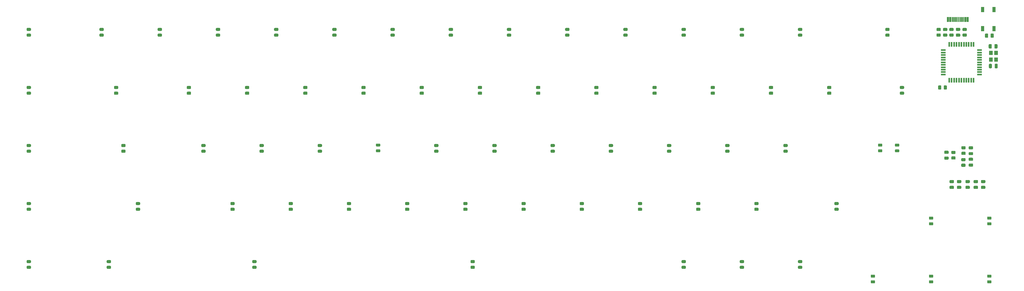
<source format=gbr>
%TF.GenerationSoftware,KiCad,Pcbnew,(5.1.9)-1*%
%TF.CreationDate,2021-07-17T21:13:41-07:00*%
%TF.ProjectId,unsplit-keyboard,756e7370-6c69-4742-9d6b-6579626f6172,rev?*%
%TF.SameCoordinates,Original*%
%TF.FileFunction,Paste,Bot*%
%TF.FilePolarity,Positive*%
%FSLAX46Y46*%
G04 Gerber Fmt 4.6, Leading zero omitted, Abs format (unit mm)*
G04 Created by KiCad (PCBNEW (5.1.9)-1) date 2021-07-17 21:13:41*
%MOMM*%
%LPD*%
G01*
G04 APERTURE LIST*
%ADD10R,1.100000X1.800000*%
%ADD11R,1.200000X1.400000*%
%ADD12R,0.500000X1.500000*%
%ADD13R,1.500000X0.500000*%
G04 APERTURE END LIST*
%TO.C,R9*%
G36*
G01*
X340048001Y-25000000D02*
X339147999Y-25000000D01*
G75*
G02*
X338898000Y-24750001I0J249999D01*
G01*
X338898000Y-24224999D01*
G75*
G02*
X339147999Y-23975000I249999J0D01*
G01*
X340048001Y-23975000D01*
G75*
G02*
X340298000Y-24224999I0J-249999D01*
G01*
X340298000Y-24750001D01*
G75*
G02*
X340048001Y-25000000I-249999J0D01*
G01*
G37*
G36*
G01*
X340048001Y-26825000D02*
X339147999Y-26825000D01*
G75*
G02*
X338898000Y-26575001I0J249999D01*
G01*
X338898000Y-26049999D01*
G75*
G02*
X339147999Y-25800000I249999J0D01*
G01*
X340048001Y-25800000D01*
G75*
G02*
X340298000Y-26049999I0J-249999D01*
G01*
X340298000Y-26575001D01*
G75*
G02*
X340048001Y-26825000I-249999J0D01*
G01*
G37*
%TD*%
%TO.C,R8*%
G36*
G01*
X330638999Y-25800000D02*
X331539001Y-25800000D01*
G75*
G02*
X331789000Y-26049999I0J-249999D01*
G01*
X331789000Y-26575001D01*
G75*
G02*
X331539001Y-26825000I-249999J0D01*
G01*
X330638999Y-26825000D01*
G75*
G02*
X330389000Y-26575001I0J249999D01*
G01*
X330389000Y-26049999D01*
G75*
G02*
X330638999Y-25800000I249999J0D01*
G01*
G37*
G36*
G01*
X330638999Y-23975000D02*
X331539001Y-23975000D01*
G75*
G02*
X331789000Y-24224999I0J-249999D01*
G01*
X331789000Y-24750001D01*
G75*
G02*
X331539001Y-25000000I-249999J0D01*
G01*
X330638999Y-25000000D01*
G75*
G02*
X330389000Y-24750001I0J249999D01*
G01*
X330389000Y-24224999D01*
G75*
G02*
X330638999Y-23975000I249999J0D01*
G01*
G37*
%TD*%
%TO.C,USB1*%
G36*
G01*
X340220020Y-21915020D02*
X340220020Y-20465020D01*
G75*
G02*
X340270020Y-20415020I50000J0D01*
G01*
X340870020Y-20415020D01*
G75*
G02*
X340920020Y-20465020I0J-50000D01*
G01*
X340920020Y-21915020D01*
G75*
G02*
X340870020Y-21965020I-50000J0D01*
G01*
X340270020Y-21965020D01*
G75*
G02*
X340220020Y-21915020I0J50000D01*
G01*
G37*
G36*
G01*
X333770020Y-21915020D02*
X333770020Y-20465020D01*
G75*
G02*
X333820020Y-20415020I50000J0D01*
G01*
X334420020Y-20415020D01*
G75*
G02*
X334470020Y-20465020I0J-50000D01*
G01*
X334470020Y-21915020D01*
G75*
G02*
X334420020Y-21965020I-50000J0D01*
G01*
X333820020Y-21965020D01*
G75*
G02*
X333770020Y-21915020I0J50000D01*
G01*
G37*
G36*
G01*
X339445020Y-21915020D02*
X339445020Y-20465020D01*
G75*
G02*
X339495020Y-20415020I50000J0D01*
G01*
X340095020Y-20415020D01*
G75*
G02*
X340145020Y-20465020I0J-50000D01*
G01*
X340145020Y-21915020D01*
G75*
G02*
X340095020Y-21965020I-50000J0D01*
G01*
X339495020Y-21965020D01*
G75*
G02*
X339445020Y-21915020I0J50000D01*
G01*
G37*
G36*
G01*
X334545020Y-21915020D02*
X334545020Y-20465020D01*
G75*
G02*
X334595020Y-20415020I50000J0D01*
G01*
X335195020Y-20415020D01*
G75*
G02*
X335245020Y-20465020I0J-50000D01*
G01*
X335245020Y-21915020D01*
G75*
G02*
X335195020Y-21965020I-50000J0D01*
G01*
X334595020Y-21965020D01*
G75*
G02*
X334545020Y-21915020I0J50000D01*
G01*
G37*
G36*
G01*
X335395020Y-21915020D02*
X335395020Y-20465020D01*
G75*
G02*
X335445020Y-20415020I50000J0D01*
G01*
X335745020Y-20415020D01*
G75*
G02*
X335795020Y-20465020I0J-50000D01*
G01*
X335795020Y-21915020D01*
G75*
G02*
X335745020Y-21965020I-50000J0D01*
G01*
X335445020Y-21965020D01*
G75*
G02*
X335395020Y-21915020I0J50000D01*
G01*
G37*
G36*
G01*
X338895020Y-21915020D02*
X338895020Y-20465020D01*
G75*
G02*
X338945020Y-20415020I50000J0D01*
G01*
X339245020Y-20415020D01*
G75*
G02*
X339295020Y-20465020I0J-50000D01*
G01*
X339295020Y-21915020D01*
G75*
G02*
X339245020Y-21965020I-50000J0D01*
G01*
X338945020Y-21965020D01*
G75*
G02*
X338895020Y-21915020I0J50000D01*
G01*
G37*
G36*
G01*
X335895020Y-21915020D02*
X335895020Y-20465020D01*
G75*
G02*
X335945020Y-20415020I50000J0D01*
G01*
X336245020Y-20415020D01*
G75*
G02*
X336295020Y-20465020I0J-50000D01*
G01*
X336295020Y-21915020D01*
G75*
G02*
X336245020Y-21965020I-50000J0D01*
G01*
X335945020Y-21965020D01*
G75*
G02*
X335895020Y-21915020I0J50000D01*
G01*
G37*
G36*
G01*
X338395020Y-21915020D02*
X338395020Y-20465020D01*
G75*
G02*
X338445020Y-20415020I50000J0D01*
G01*
X338745020Y-20415020D01*
G75*
G02*
X338795020Y-20465020I0J-50000D01*
G01*
X338795020Y-21915020D01*
G75*
G02*
X338745020Y-21965020I-50000J0D01*
G01*
X338445020Y-21965020D01*
G75*
G02*
X338395020Y-21915020I0J50000D01*
G01*
G37*
G36*
G01*
X336395020Y-21915020D02*
X336395020Y-20465020D01*
G75*
G02*
X336445020Y-20415020I50000J0D01*
G01*
X336745020Y-20415020D01*
G75*
G02*
X336795020Y-20465020I0J-50000D01*
G01*
X336795020Y-21915020D01*
G75*
G02*
X336745020Y-21965020I-50000J0D01*
G01*
X336445020Y-21965020D01*
G75*
G02*
X336395020Y-21915020I0J50000D01*
G01*
G37*
G36*
G01*
X337895020Y-21915020D02*
X337895020Y-20465020D01*
G75*
G02*
X337945020Y-20415020I50000J0D01*
G01*
X338245020Y-20415020D01*
G75*
G02*
X338295020Y-20465020I0J-50000D01*
G01*
X338295020Y-21915020D01*
G75*
G02*
X338245020Y-21965020I-50000J0D01*
G01*
X337945020Y-21965020D01*
G75*
G02*
X337895020Y-21915020I0J50000D01*
G01*
G37*
G36*
G01*
X337395020Y-21915020D02*
X337395020Y-20465020D01*
G75*
G02*
X337445020Y-20415020I50000J0D01*
G01*
X337745020Y-20415020D01*
G75*
G02*
X337795020Y-20465020I0J-50000D01*
G01*
X337795020Y-21915020D01*
G75*
G02*
X337745020Y-21965020I-50000J0D01*
G01*
X337445020Y-21965020D01*
G75*
G02*
X337395020Y-21915020I0J50000D01*
G01*
G37*
G36*
G01*
X336895020Y-21915020D02*
X336895020Y-20465020D01*
G75*
G02*
X336945020Y-20415020I50000J0D01*
G01*
X337245020Y-20415020D01*
G75*
G02*
X337295020Y-20465020I0J-50000D01*
G01*
X337295020Y-21915020D01*
G75*
G02*
X337245020Y-21965020I-50000J0D01*
G01*
X336945020Y-21965020D01*
G75*
G02*
X336895020Y-21915020I0J50000D01*
G01*
G37*
%TD*%
D10*
%TO.C,SW1*%
X345495000Y-24182000D03*
X349195000Y-17982000D03*
X349195000Y-24182000D03*
X345495000Y-17982000D03*
%TD*%
%TO.C,R1*%
G36*
G01*
X348087900Y-26954902D02*
X348087900Y-26054898D01*
G75*
G02*
X348337898Y-25804900I249998J0D01*
G01*
X348862902Y-25804900D01*
G75*
G02*
X349112900Y-26054898I0J-249998D01*
G01*
X349112900Y-26954902D01*
G75*
G02*
X348862902Y-27204900I-249998J0D01*
G01*
X348337898Y-27204900D01*
G75*
G02*
X348087900Y-26954902I0J249998D01*
G01*
G37*
G36*
G01*
X346262900Y-26954902D02*
X346262900Y-26054898D01*
G75*
G02*
X346512898Y-25804900I249998J0D01*
G01*
X347037902Y-25804900D01*
G75*
G02*
X347287900Y-26054898I0J-249998D01*
G01*
X347287900Y-26954902D01*
G75*
G02*
X347037902Y-27204900I-249998J0D01*
G01*
X346512898Y-27204900D01*
G75*
G02*
X346262900Y-26954902I0J249998D01*
G01*
G37*
%TD*%
D11*
%TO.C,X1*%
X348139650Y-34367650D03*
X348139650Y-32167650D03*
X349839650Y-32167650D03*
X349839650Y-34367650D03*
%TD*%
%TO.C,C7*%
G36*
G01*
X345180900Y-75799100D02*
X346130900Y-75799100D01*
G75*
G02*
X346380900Y-76049100I0J-250000D01*
G01*
X346380900Y-76549100D01*
G75*
G02*
X346130900Y-76799100I-250000J0D01*
G01*
X345180900Y-76799100D01*
G75*
G02*
X344930900Y-76549100I0J250000D01*
G01*
X344930900Y-76049100D01*
G75*
G02*
X345180900Y-75799100I250000J0D01*
G01*
G37*
G36*
G01*
X345180900Y-73899100D02*
X346130900Y-73899100D01*
G75*
G02*
X346380900Y-74149100I0J-250000D01*
G01*
X346380900Y-74649100D01*
G75*
G02*
X346130900Y-74899100I-250000J0D01*
G01*
X345180900Y-74899100D01*
G75*
G02*
X344930900Y-74649100I0J250000D01*
G01*
X344930900Y-74149100D01*
G75*
G02*
X345180900Y-73899100I250000J0D01*
G01*
G37*
%TD*%
%TO.C,C4*%
G36*
G01*
X337306900Y-75799100D02*
X338256900Y-75799100D01*
G75*
G02*
X338506900Y-76049100I0J-250000D01*
G01*
X338506900Y-76549100D01*
G75*
G02*
X338256900Y-76799100I-250000J0D01*
G01*
X337306900Y-76799100D01*
G75*
G02*
X337056900Y-76549100I0J250000D01*
G01*
X337056900Y-76049100D01*
G75*
G02*
X337306900Y-75799100I250000J0D01*
G01*
G37*
G36*
G01*
X337306900Y-73899100D02*
X338256900Y-73899100D01*
G75*
G02*
X338506900Y-74149100I0J-250000D01*
G01*
X338506900Y-74649100D01*
G75*
G02*
X338256900Y-74899100I-250000J0D01*
G01*
X337306900Y-74899100D01*
G75*
G02*
X337056900Y-74649100I0J250000D01*
G01*
X337056900Y-74149100D01*
G75*
G02*
X337306900Y-73899100I250000J0D01*
G01*
G37*
%TD*%
%TO.C,C6*%
G36*
G01*
X342767900Y-75799100D02*
X343717900Y-75799100D01*
G75*
G02*
X343967900Y-76049100I0J-250000D01*
G01*
X343967900Y-76549100D01*
G75*
G02*
X343717900Y-76799100I-250000J0D01*
G01*
X342767900Y-76799100D01*
G75*
G02*
X342517900Y-76549100I0J250000D01*
G01*
X342517900Y-76049100D01*
G75*
G02*
X342767900Y-75799100I250000J0D01*
G01*
G37*
G36*
G01*
X342767900Y-73899100D02*
X343717900Y-73899100D01*
G75*
G02*
X343967900Y-74149100I0J-250000D01*
G01*
X343967900Y-74649100D01*
G75*
G02*
X343717900Y-74899100I-250000J0D01*
G01*
X342767900Y-74899100D01*
G75*
G02*
X342517900Y-74649100I0J250000D01*
G01*
X342517900Y-74149100D01*
G75*
G02*
X342767900Y-73899100I250000J0D01*
G01*
G37*
%TD*%
%TO.C,C5*%
G36*
G01*
X340100900Y-75799100D02*
X341050900Y-75799100D01*
G75*
G02*
X341300900Y-76049100I0J-250000D01*
G01*
X341300900Y-76549100D01*
G75*
G02*
X341050900Y-76799100I-250000J0D01*
G01*
X340100900Y-76799100D01*
G75*
G02*
X339850900Y-76549100I0J250000D01*
G01*
X339850900Y-76049100D01*
G75*
G02*
X340100900Y-75799100I250000J0D01*
G01*
G37*
G36*
G01*
X340100900Y-73899100D02*
X341050900Y-73899100D01*
G75*
G02*
X341300900Y-74149100I0J-250000D01*
G01*
X341300900Y-74649100D01*
G75*
G02*
X341050900Y-74899100I-250000J0D01*
G01*
X340100900Y-74899100D01*
G75*
G02*
X339850900Y-74649100I0J250000D01*
G01*
X339850900Y-74149100D01*
G75*
G02*
X340100900Y-73899100I250000J0D01*
G01*
G37*
%TD*%
%TO.C,C2*%
G36*
G01*
X349350750Y-30478750D02*
X349350750Y-29528750D01*
G75*
G02*
X349600750Y-29278750I250000J0D01*
G01*
X350100750Y-29278750D01*
G75*
G02*
X350350750Y-29528750I0J-250000D01*
G01*
X350350750Y-30478750D01*
G75*
G02*
X350100750Y-30728750I-250000J0D01*
G01*
X349600750Y-30728750D01*
G75*
G02*
X349350750Y-30478750I0J250000D01*
G01*
G37*
G36*
G01*
X347450750Y-30478750D02*
X347450750Y-29528750D01*
G75*
G02*
X347700750Y-29278750I250000J0D01*
G01*
X348200750Y-29278750D01*
G75*
G02*
X348450750Y-29528750I0J-250000D01*
G01*
X348450750Y-30478750D01*
G75*
G02*
X348200750Y-30728750I-250000J0D01*
G01*
X347700750Y-30728750D01*
G75*
G02*
X347450750Y-30478750I0J250000D01*
G01*
G37*
%TD*%
%TO.C,C8*%
G36*
G01*
X334893900Y-75799100D02*
X335843900Y-75799100D01*
G75*
G02*
X336093900Y-76049100I0J-250000D01*
G01*
X336093900Y-76549100D01*
G75*
G02*
X335843900Y-76799100I-250000J0D01*
G01*
X334893900Y-76799100D01*
G75*
G02*
X334643900Y-76549100I0J250000D01*
G01*
X334643900Y-76049100D01*
G75*
G02*
X334893900Y-75799100I250000J0D01*
G01*
G37*
G36*
G01*
X334893900Y-73899100D02*
X335843900Y-73899100D01*
G75*
G02*
X336093900Y-74149100I0J-250000D01*
G01*
X336093900Y-74649100D01*
G75*
G02*
X335843900Y-74899100I-250000J0D01*
G01*
X334893900Y-74899100D01*
G75*
G02*
X334643900Y-74649100I0J250000D01*
G01*
X334643900Y-74149100D01*
G75*
G02*
X334893900Y-73899100I250000J0D01*
G01*
G37*
%TD*%
%TO.C,C1*%
G36*
G01*
X349416750Y-36955750D02*
X349416750Y-36005750D01*
G75*
G02*
X349666750Y-35755750I250000J0D01*
G01*
X350166750Y-35755750D01*
G75*
G02*
X350416750Y-36005750I0J-250000D01*
G01*
X350416750Y-36955750D01*
G75*
G02*
X350166750Y-37205750I-250000J0D01*
G01*
X349666750Y-37205750D01*
G75*
G02*
X349416750Y-36955750I0J250000D01*
G01*
G37*
G36*
G01*
X347516750Y-36955750D02*
X347516750Y-36005750D01*
G75*
G02*
X347766750Y-35755750I250000J0D01*
G01*
X348266750Y-35755750D01*
G75*
G02*
X348516750Y-36005750I0J-250000D01*
G01*
X348516750Y-36955750D01*
G75*
G02*
X348266750Y-37205750I-250000J0D01*
G01*
X347766750Y-37205750D01*
G75*
G02*
X347516750Y-36955750I0J250000D01*
G01*
G37*
%TD*%
D12*
%TO.C,U1*%
X334539240Y-29364090D03*
X335339240Y-29364090D03*
X336139240Y-29364090D03*
X336939240Y-29364090D03*
X337739240Y-29364090D03*
X338539240Y-29364090D03*
X339339240Y-29364090D03*
X340139240Y-29364090D03*
X340939240Y-29364090D03*
X341739240Y-29364090D03*
X342539240Y-29364090D03*
D13*
X344439240Y-31264090D03*
X344439240Y-32064090D03*
X344439240Y-32864090D03*
X344439240Y-33664090D03*
X344439240Y-34464090D03*
X344439240Y-35264090D03*
X344439240Y-36064090D03*
X344439240Y-36864090D03*
X344439240Y-37664090D03*
X344439240Y-38464090D03*
X344439240Y-39264090D03*
D12*
X342539240Y-41164090D03*
X341739240Y-41164090D03*
X340939240Y-41164090D03*
X340139240Y-41164090D03*
X339339240Y-41164090D03*
X338539240Y-41164090D03*
X337739240Y-41164090D03*
X336939240Y-41164090D03*
X336139240Y-41164090D03*
X335339240Y-41164090D03*
X334539240Y-41164090D03*
D13*
X332639240Y-39264090D03*
X332639240Y-38464090D03*
X332639240Y-37664090D03*
X332639240Y-36864090D03*
X332639240Y-36064090D03*
X332639240Y-35264090D03*
X332639240Y-34464090D03*
X332639240Y-33664090D03*
X332639240Y-32864090D03*
X332639240Y-32064090D03*
X332639240Y-31264090D03*
%TD*%
%TO.C,C3*%
G36*
G01*
X333160350Y-64291550D02*
X334110350Y-64291550D01*
G75*
G02*
X334360350Y-64541550I0J-250000D01*
G01*
X334360350Y-65041550D01*
G75*
G02*
X334110350Y-65291550I-250000J0D01*
G01*
X333160350Y-65291550D01*
G75*
G02*
X332910350Y-65041550I0J250000D01*
G01*
X332910350Y-64541550D01*
G75*
G02*
X333160350Y-64291550I250000J0D01*
G01*
G37*
G36*
G01*
X333160350Y-66191550D02*
X334110350Y-66191550D01*
G75*
G02*
X334360350Y-66441550I0J-250000D01*
G01*
X334360350Y-66941550D01*
G75*
G02*
X334110350Y-67191550I-250000J0D01*
G01*
X333160350Y-67191550D01*
G75*
G02*
X332910350Y-66941550I0J250000D01*
G01*
X332910350Y-66441550D01*
G75*
G02*
X333160350Y-66191550I250000J0D01*
G01*
G37*
%TD*%
%TO.C,C10*%
G36*
G01*
X341161350Y-62824300D02*
X342111350Y-62824300D01*
G75*
G02*
X342361350Y-63074300I0J-250000D01*
G01*
X342361350Y-63574300D01*
G75*
G02*
X342111350Y-63824300I-250000J0D01*
G01*
X341161350Y-63824300D01*
G75*
G02*
X340911350Y-63574300I0J250000D01*
G01*
X340911350Y-63074300D01*
G75*
G02*
X341161350Y-62824300I250000J0D01*
G01*
G37*
G36*
G01*
X341161350Y-64724300D02*
X342111350Y-64724300D01*
G75*
G02*
X342361350Y-64974300I0J-250000D01*
G01*
X342361350Y-65474300D01*
G75*
G02*
X342111350Y-65724300I-250000J0D01*
G01*
X341161350Y-65724300D01*
G75*
G02*
X340911350Y-65474300I0J250000D01*
G01*
X340911350Y-64974300D01*
G75*
G02*
X341161350Y-64724300I250000J0D01*
G01*
G37*
%TD*%
%TO.C,C9*%
G36*
G01*
X342111350Y-69477550D02*
X341161350Y-69477550D01*
G75*
G02*
X340911350Y-69227550I0J250000D01*
G01*
X340911350Y-68727550D01*
G75*
G02*
X341161350Y-68477550I250000J0D01*
G01*
X342111350Y-68477550D01*
G75*
G02*
X342361350Y-68727550I0J-250000D01*
G01*
X342361350Y-69227550D01*
G75*
G02*
X342111350Y-69477550I-250000J0D01*
G01*
G37*
G36*
G01*
X342111350Y-67577550D02*
X341161350Y-67577550D01*
G75*
G02*
X340911350Y-67327550I0J250000D01*
G01*
X340911350Y-66827550D01*
G75*
G02*
X341161350Y-66577550I250000J0D01*
G01*
X342111350Y-66577550D01*
G75*
G02*
X342361350Y-66827550I0J-250000D01*
G01*
X342361350Y-67327550D01*
G75*
G02*
X342111350Y-67577550I-250000J0D01*
G01*
G37*
%TD*%
%TO.C,R5*%
G36*
G01*
X338736098Y-66696050D02*
X339636102Y-66696050D01*
G75*
G02*
X339886100Y-66946048I0J-249998D01*
G01*
X339886100Y-67471052D01*
G75*
G02*
X339636102Y-67721050I-249998J0D01*
G01*
X338736098Y-67721050D01*
G75*
G02*
X338486100Y-67471052I0J249998D01*
G01*
X338486100Y-66946048D01*
G75*
G02*
X338736098Y-66696050I249998J0D01*
G01*
G37*
G36*
G01*
X338736098Y-68521050D02*
X339636102Y-68521050D01*
G75*
G02*
X339886100Y-68771048I0J-249998D01*
G01*
X339886100Y-69296052D01*
G75*
G02*
X339636102Y-69546050I-249998J0D01*
G01*
X338736098Y-69546050D01*
G75*
G02*
X338486100Y-69296052I0J249998D01*
G01*
X338486100Y-68771048D01*
G75*
G02*
X338736098Y-68521050I249998J0D01*
G01*
G37*
%TD*%
%TO.C,R6*%
G36*
G01*
X339673352Y-65642550D02*
X338773348Y-65642550D01*
G75*
G02*
X338523350Y-65392552I0J249998D01*
G01*
X338523350Y-64867548D01*
G75*
G02*
X338773348Y-64617550I249998J0D01*
G01*
X339673352Y-64617550D01*
G75*
G02*
X339923350Y-64867548I0J-249998D01*
G01*
X339923350Y-65392552D01*
G75*
G02*
X339673352Y-65642550I-249998J0D01*
G01*
G37*
G36*
G01*
X339673352Y-63817550D02*
X338773348Y-63817550D01*
G75*
G02*
X338523350Y-63567552I0J249998D01*
G01*
X338523350Y-63042548D01*
G75*
G02*
X338773348Y-62792550I249998J0D01*
G01*
X339673352Y-62792550D01*
G75*
G02*
X339923350Y-63042548I0J-249998D01*
G01*
X339923350Y-63567552D01*
G75*
G02*
X339673352Y-63817550I-249998J0D01*
G01*
G37*
%TD*%
%TO.C,R4*%
G36*
G01*
X335471348Y-64316550D02*
X336371352Y-64316550D01*
G75*
G02*
X336621350Y-64566548I0J-249998D01*
G01*
X336621350Y-65091552D01*
G75*
G02*
X336371352Y-65341550I-249998J0D01*
G01*
X335471348Y-65341550D01*
G75*
G02*
X335221350Y-65091552I0J249998D01*
G01*
X335221350Y-64566548D01*
G75*
G02*
X335471348Y-64316550I249998J0D01*
G01*
G37*
G36*
G01*
X335471348Y-66141550D02*
X336371352Y-66141550D01*
G75*
G02*
X336621350Y-66391548I0J-249998D01*
G01*
X336621350Y-66916552D01*
G75*
G02*
X336371352Y-67166550I-249998J0D01*
G01*
X335471348Y-67166550D01*
G75*
G02*
X335221350Y-66916552I0J249998D01*
G01*
X335221350Y-66391548D01*
G75*
G02*
X335471348Y-66141550I249998J0D01*
G01*
G37*
%TD*%
%TO.C,R7*%
G36*
G01*
X332750740Y-43969092D02*
X332750740Y-43069088D01*
G75*
G02*
X333000738Y-42819090I249998J0D01*
G01*
X333525742Y-42819090D01*
G75*
G02*
X333775740Y-43069088I0J-249998D01*
G01*
X333775740Y-43969092D01*
G75*
G02*
X333525742Y-44219090I-249998J0D01*
G01*
X333000738Y-44219090D01*
G75*
G02*
X332750740Y-43969092I0J249998D01*
G01*
G37*
G36*
G01*
X330925740Y-43969092D02*
X330925740Y-43069088D01*
G75*
G02*
X331175738Y-42819090I249998J0D01*
G01*
X331700742Y-42819090D01*
G75*
G02*
X331950740Y-43069088I0J-249998D01*
G01*
X331950740Y-43969092D01*
G75*
G02*
X331700742Y-44219090I-249998J0D01*
G01*
X331175738Y-44219090D01*
G75*
G02*
X330925740Y-43969092I0J249998D01*
G01*
G37*
%TD*%
%TO.C,R3*%
G36*
G01*
X335731272Y-26826270D02*
X334831268Y-26826270D01*
G75*
G02*
X334581270Y-26576272I0J249998D01*
G01*
X334581270Y-26051268D01*
G75*
G02*
X334831268Y-25801270I249998J0D01*
G01*
X335731272Y-25801270D01*
G75*
G02*
X335981270Y-26051268I0J-249998D01*
G01*
X335981270Y-26576272D01*
G75*
G02*
X335731272Y-26826270I-249998J0D01*
G01*
G37*
G36*
G01*
X335731272Y-25001270D02*
X334831268Y-25001270D01*
G75*
G02*
X334581270Y-24751272I0J249998D01*
G01*
X334581270Y-24226268D01*
G75*
G02*
X334831268Y-23976270I249998J0D01*
G01*
X335731272Y-23976270D01*
G75*
G02*
X335981270Y-24226268I0J-249998D01*
G01*
X335981270Y-24751272D01*
G75*
G02*
X335731272Y-25001270I-249998J0D01*
G01*
G37*
%TD*%
%TO.C,R2*%
G36*
G01*
X333666252Y-26826270D02*
X332766248Y-26826270D01*
G75*
G02*
X332516250Y-26576272I0J249998D01*
G01*
X332516250Y-26051268D01*
G75*
G02*
X332766248Y-25801270I249998J0D01*
G01*
X333666252Y-25801270D01*
G75*
G02*
X333916250Y-26051268I0J-249998D01*
G01*
X333916250Y-26576272D01*
G75*
G02*
X333666252Y-26826270I-249998J0D01*
G01*
G37*
G36*
G01*
X333666252Y-25001270D02*
X332766248Y-25001270D01*
G75*
G02*
X332516250Y-24751272I0J249998D01*
G01*
X332516250Y-24226268D01*
G75*
G02*
X332766248Y-23976270I249998J0D01*
G01*
X333666252Y-23976270D01*
G75*
G02*
X333916250Y-24226268I0J-249998D01*
G01*
X333916250Y-24751272D01*
G75*
G02*
X333666252Y-25001270I-249998J0D01*
G01*
G37*
%TD*%
%TO.C,D70*%
G36*
G01*
X317043750Y-61948000D02*
X317956250Y-61948000D01*
G75*
G02*
X318200000Y-62191750I0J-243750D01*
G01*
X318200000Y-62679250D01*
G75*
G02*
X317956250Y-62923000I-243750J0D01*
G01*
X317043750Y-62923000D01*
G75*
G02*
X316800000Y-62679250I0J243750D01*
G01*
X316800000Y-62191750D01*
G75*
G02*
X317043750Y-61948000I243750J0D01*
G01*
G37*
G36*
G01*
X317043750Y-63823000D02*
X317956250Y-63823000D01*
G75*
G02*
X318200000Y-64066750I0J-243750D01*
G01*
X318200000Y-64554250D01*
G75*
G02*
X317956250Y-64798000I-243750J0D01*
G01*
X317043750Y-64798000D01*
G75*
G02*
X316800000Y-64554250I0J243750D01*
G01*
X316800000Y-64066750D01*
G75*
G02*
X317043750Y-63823000I243750J0D01*
G01*
G37*
%TD*%
%TO.C,D69*%
G36*
G01*
X347206250Y-106812500D02*
X348118750Y-106812500D01*
G75*
G02*
X348362500Y-107056250I0J-243750D01*
G01*
X348362500Y-107543750D01*
G75*
G02*
X348118750Y-107787500I-243750J0D01*
G01*
X347206250Y-107787500D01*
G75*
G02*
X346962500Y-107543750I0J243750D01*
G01*
X346962500Y-107056250D01*
G75*
G02*
X347206250Y-106812500I243750J0D01*
G01*
G37*
G36*
G01*
X347206250Y-104937500D02*
X348118750Y-104937500D01*
G75*
G02*
X348362500Y-105181250I0J-243750D01*
G01*
X348362500Y-105668750D01*
G75*
G02*
X348118750Y-105912500I-243750J0D01*
G01*
X347206250Y-105912500D01*
G75*
G02*
X346962500Y-105668750I0J243750D01*
G01*
X346962500Y-105181250D01*
G75*
G02*
X347206250Y-104937500I243750J0D01*
G01*
G37*
%TD*%
%TO.C,D68*%
G36*
G01*
X328156250Y-106812500D02*
X329068750Y-106812500D01*
G75*
G02*
X329312500Y-107056250I0J-243750D01*
G01*
X329312500Y-107543750D01*
G75*
G02*
X329068750Y-107787500I-243750J0D01*
G01*
X328156250Y-107787500D01*
G75*
G02*
X327912500Y-107543750I0J243750D01*
G01*
X327912500Y-107056250D01*
G75*
G02*
X328156250Y-106812500I243750J0D01*
G01*
G37*
G36*
G01*
X328156250Y-104937500D02*
X329068750Y-104937500D01*
G75*
G02*
X329312500Y-105181250I0J-243750D01*
G01*
X329312500Y-105668750D01*
G75*
G02*
X329068750Y-105912500I-243750J0D01*
G01*
X328156250Y-105912500D01*
G75*
G02*
X327912500Y-105668750I0J243750D01*
G01*
X327912500Y-105181250D01*
G75*
G02*
X328156250Y-104937500I243750J0D01*
G01*
G37*
%TD*%
%TO.C,D67*%
G36*
G01*
X309106250Y-106812500D02*
X310018750Y-106812500D01*
G75*
G02*
X310262500Y-107056250I0J-243750D01*
G01*
X310262500Y-107543750D01*
G75*
G02*
X310018750Y-107787500I-243750J0D01*
G01*
X309106250Y-107787500D01*
G75*
G02*
X308862500Y-107543750I0J243750D01*
G01*
X308862500Y-107056250D01*
G75*
G02*
X309106250Y-106812500I243750J0D01*
G01*
G37*
G36*
G01*
X309106250Y-104937500D02*
X310018750Y-104937500D01*
G75*
G02*
X310262500Y-105181250I0J-243750D01*
G01*
X310262500Y-105668750D01*
G75*
G02*
X310018750Y-105912500I-243750J0D01*
G01*
X309106250Y-105912500D01*
G75*
G02*
X308862500Y-105668750I0J243750D01*
G01*
X308862500Y-105181250D01*
G75*
G02*
X309106250Y-104937500I243750J0D01*
G01*
G37*
%TD*%
%TO.C,D66*%
G36*
G01*
X285293750Y-102050000D02*
X286206250Y-102050000D01*
G75*
G02*
X286450000Y-102293750I0J-243750D01*
G01*
X286450000Y-102781250D01*
G75*
G02*
X286206250Y-103025000I-243750J0D01*
G01*
X285293750Y-103025000D01*
G75*
G02*
X285050000Y-102781250I0J243750D01*
G01*
X285050000Y-102293750D01*
G75*
G02*
X285293750Y-102050000I243750J0D01*
G01*
G37*
G36*
G01*
X285293750Y-100175000D02*
X286206250Y-100175000D01*
G75*
G02*
X286450000Y-100418750I0J-243750D01*
G01*
X286450000Y-100906250D01*
G75*
G02*
X286206250Y-101150000I-243750J0D01*
G01*
X285293750Y-101150000D01*
G75*
G02*
X285050000Y-100906250I0J243750D01*
G01*
X285050000Y-100418750D01*
G75*
G02*
X285293750Y-100175000I243750J0D01*
G01*
G37*
%TD*%
%TO.C,D65*%
G36*
G01*
X266243750Y-102050000D02*
X267156250Y-102050000D01*
G75*
G02*
X267400000Y-102293750I0J-243750D01*
G01*
X267400000Y-102781250D01*
G75*
G02*
X267156250Y-103025000I-243750J0D01*
G01*
X266243750Y-103025000D01*
G75*
G02*
X266000000Y-102781250I0J243750D01*
G01*
X266000000Y-102293750D01*
G75*
G02*
X266243750Y-102050000I243750J0D01*
G01*
G37*
G36*
G01*
X266243750Y-100175000D02*
X267156250Y-100175000D01*
G75*
G02*
X267400000Y-100418750I0J-243750D01*
G01*
X267400000Y-100906250D01*
G75*
G02*
X267156250Y-101150000I-243750J0D01*
G01*
X266243750Y-101150000D01*
G75*
G02*
X266000000Y-100906250I0J243750D01*
G01*
X266000000Y-100418750D01*
G75*
G02*
X266243750Y-100175000I243750J0D01*
G01*
G37*
%TD*%
%TO.C,D64*%
G36*
G01*
X247193750Y-102050000D02*
X248106250Y-102050000D01*
G75*
G02*
X248350000Y-102293750I0J-243750D01*
G01*
X248350000Y-102781250D01*
G75*
G02*
X248106250Y-103025000I-243750J0D01*
G01*
X247193750Y-103025000D01*
G75*
G02*
X246950000Y-102781250I0J243750D01*
G01*
X246950000Y-102293750D01*
G75*
G02*
X247193750Y-102050000I243750J0D01*
G01*
G37*
G36*
G01*
X247193750Y-100175000D02*
X248106250Y-100175000D01*
G75*
G02*
X248350000Y-100418750I0J-243750D01*
G01*
X248350000Y-100906250D01*
G75*
G02*
X248106250Y-101150000I-243750J0D01*
G01*
X247193750Y-101150000D01*
G75*
G02*
X246950000Y-100906250I0J243750D01*
G01*
X246950000Y-100418750D01*
G75*
G02*
X247193750Y-100175000I243750J0D01*
G01*
G37*
%TD*%
%TO.C,D63*%
G36*
G01*
X178137500Y-102050000D02*
X179050000Y-102050000D01*
G75*
G02*
X179293750Y-102293750I0J-243750D01*
G01*
X179293750Y-102781250D01*
G75*
G02*
X179050000Y-103025000I-243750J0D01*
G01*
X178137500Y-103025000D01*
G75*
G02*
X177893750Y-102781250I0J243750D01*
G01*
X177893750Y-102293750D01*
G75*
G02*
X178137500Y-102050000I243750J0D01*
G01*
G37*
G36*
G01*
X178137500Y-100175000D02*
X179050000Y-100175000D01*
G75*
G02*
X179293750Y-100418750I0J-243750D01*
G01*
X179293750Y-100906250D01*
G75*
G02*
X179050000Y-101150000I-243750J0D01*
G01*
X178137500Y-101150000D01*
G75*
G02*
X177893750Y-100906250I0J243750D01*
G01*
X177893750Y-100418750D01*
G75*
G02*
X178137500Y-100175000I243750J0D01*
G01*
G37*
%TD*%
%TO.C,D62*%
G36*
G01*
X106700000Y-100175000D02*
X107612500Y-100175000D01*
G75*
G02*
X107856250Y-100418750I0J-243750D01*
G01*
X107856250Y-100906250D01*
G75*
G02*
X107612500Y-101150000I-243750J0D01*
G01*
X106700000Y-101150000D01*
G75*
G02*
X106456250Y-100906250I0J243750D01*
G01*
X106456250Y-100418750D01*
G75*
G02*
X106700000Y-100175000I243750J0D01*
G01*
G37*
G36*
G01*
X106700000Y-102050000D02*
X107612500Y-102050000D01*
G75*
G02*
X107856250Y-102293750I0J-243750D01*
G01*
X107856250Y-102781250D01*
G75*
G02*
X107612500Y-103025000I-243750J0D01*
G01*
X106700000Y-103025000D01*
G75*
G02*
X106456250Y-102781250I0J243750D01*
G01*
X106456250Y-102293750D01*
G75*
G02*
X106700000Y-102050000I243750J0D01*
G01*
G37*
%TD*%
%TO.C,D61*%
G36*
G01*
X59075000Y-100175000D02*
X59987500Y-100175000D01*
G75*
G02*
X60231250Y-100418750I0J-243750D01*
G01*
X60231250Y-100906250D01*
G75*
G02*
X59987500Y-101150000I-243750J0D01*
G01*
X59075000Y-101150000D01*
G75*
G02*
X58831250Y-100906250I0J243750D01*
G01*
X58831250Y-100418750D01*
G75*
G02*
X59075000Y-100175000I243750J0D01*
G01*
G37*
G36*
G01*
X59075000Y-102050000D02*
X59987500Y-102050000D01*
G75*
G02*
X60231250Y-102293750I0J-243750D01*
G01*
X60231250Y-102781250D01*
G75*
G02*
X59987500Y-103025000I-243750J0D01*
G01*
X59075000Y-103025000D01*
G75*
G02*
X58831250Y-102781250I0J243750D01*
G01*
X58831250Y-102293750D01*
G75*
G02*
X59075000Y-102050000I243750J0D01*
G01*
G37*
%TD*%
%TO.C,D60*%
G36*
G01*
X32881250Y-100175000D02*
X33793750Y-100175000D01*
G75*
G02*
X34037500Y-100418750I0J-243750D01*
G01*
X34037500Y-100906250D01*
G75*
G02*
X33793750Y-101150000I-243750J0D01*
G01*
X32881250Y-101150000D01*
G75*
G02*
X32637500Y-100906250I0J243750D01*
G01*
X32637500Y-100418750D01*
G75*
G02*
X32881250Y-100175000I243750J0D01*
G01*
G37*
G36*
G01*
X32881250Y-102050000D02*
X33793750Y-102050000D01*
G75*
G02*
X34037500Y-102293750I0J-243750D01*
G01*
X34037500Y-102781250D01*
G75*
G02*
X33793750Y-103025000I-243750J0D01*
G01*
X32881250Y-103025000D01*
G75*
G02*
X32637500Y-102781250I0J243750D01*
G01*
X32637500Y-102293750D01*
G75*
G02*
X32881250Y-102050000I243750J0D01*
G01*
G37*
%TD*%
%TO.C,D59*%
G36*
G01*
X347206250Y-87762500D02*
X348118750Y-87762500D01*
G75*
G02*
X348362500Y-88006250I0J-243750D01*
G01*
X348362500Y-88493750D01*
G75*
G02*
X348118750Y-88737500I-243750J0D01*
G01*
X347206250Y-88737500D01*
G75*
G02*
X346962500Y-88493750I0J243750D01*
G01*
X346962500Y-88006250D01*
G75*
G02*
X347206250Y-87762500I243750J0D01*
G01*
G37*
G36*
G01*
X347206250Y-85887500D02*
X348118750Y-85887500D01*
G75*
G02*
X348362500Y-86131250I0J-243750D01*
G01*
X348362500Y-86618750D01*
G75*
G02*
X348118750Y-86862500I-243750J0D01*
G01*
X347206250Y-86862500D01*
G75*
G02*
X346962500Y-86618750I0J243750D01*
G01*
X346962500Y-86131250D01*
G75*
G02*
X347206250Y-85887500I243750J0D01*
G01*
G37*
%TD*%
%TO.C,D58*%
G36*
G01*
X328156250Y-87762500D02*
X329068750Y-87762500D01*
G75*
G02*
X329312500Y-88006250I0J-243750D01*
G01*
X329312500Y-88493750D01*
G75*
G02*
X329068750Y-88737500I-243750J0D01*
G01*
X328156250Y-88737500D01*
G75*
G02*
X327912500Y-88493750I0J243750D01*
G01*
X327912500Y-88006250D01*
G75*
G02*
X328156250Y-87762500I243750J0D01*
G01*
G37*
G36*
G01*
X328156250Y-85887500D02*
X329068750Y-85887500D01*
G75*
G02*
X329312500Y-86131250I0J-243750D01*
G01*
X329312500Y-86618750D01*
G75*
G02*
X329068750Y-86862500I-243750J0D01*
G01*
X328156250Y-86862500D01*
G75*
G02*
X327912500Y-86618750I0J243750D01*
G01*
X327912500Y-86131250D01*
G75*
G02*
X328156250Y-85887500I243750J0D01*
G01*
G37*
%TD*%
%TO.C,D57*%
G36*
G01*
X297200000Y-83000000D02*
X298112500Y-83000000D01*
G75*
G02*
X298356250Y-83243750I0J-243750D01*
G01*
X298356250Y-83731250D01*
G75*
G02*
X298112500Y-83975000I-243750J0D01*
G01*
X297200000Y-83975000D01*
G75*
G02*
X296956250Y-83731250I0J243750D01*
G01*
X296956250Y-83243750D01*
G75*
G02*
X297200000Y-83000000I243750J0D01*
G01*
G37*
G36*
G01*
X297200000Y-81125000D02*
X298112500Y-81125000D01*
G75*
G02*
X298356250Y-81368750I0J-243750D01*
G01*
X298356250Y-81856250D01*
G75*
G02*
X298112500Y-82100000I-243750J0D01*
G01*
X297200000Y-82100000D01*
G75*
G02*
X296956250Y-81856250I0J243750D01*
G01*
X296956250Y-81368750D01*
G75*
G02*
X297200000Y-81125000I243750J0D01*
G01*
G37*
%TD*%
%TO.C,D56*%
G36*
G01*
X271006250Y-83000000D02*
X271918750Y-83000000D01*
G75*
G02*
X272162500Y-83243750I0J-243750D01*
G01*
X272162500Y-83731250D01*
G75*
G02*
X271918750Y-83975000I-243750J0D01*
G01*
X271006250Y-83975000D01*
G75*
G02*
X270762500Y-83731250I0J243750D01*
G01*
X270762500Y-83243750D01*
G75*
G02*
X271006250Y-83000000I243750J0D01*
G01*
G37*
G36*
G01*
X271006250Y-81125000D02*
X271918750Y-81125000D01*
G75*
G02*
X272162500Y-81368750I0J-243750D01*
G01*
X272162500Y-81856250D01*
G75*
G02*
X271918750Y-82100000I-243750J0D01*
G01*
X271006250Y-82100000D01*
G75*
G02*
X270762500Y-81856250I0J243750D01*
G01*
X270762500Y-81368750D01*
G75*
G02*
X271006250Y-81125000I243750J0D01*
G01*
G37*
%TD*%
%TO.C,D55*%
G36*
G01*
X251956250Y-83000000D02*
X252868750Y-83000000D01*
G75*
G02*
X253112500Y-83243750I0J-243750D01*
G01*
X253112500Y-83731250D01*
G75*
G02*
X252868750Y-83975000I-243750J0D01*
G01*
X251956250Y-83975000D01*
G75*
G02*
X251712500Y-83731250I0J243750D01*
G01*
X251712500Y-83243750D01*
G75*
G02*
X251956250Y-83000000I243750J0D01*
G01*
G37*
G36*
G01*
X251956250Y-81125000D02*
X252868750Y-81125000D01*
G75*
G02*
X253112500Y-81368750I0J-243750D01*
G01*
X253112500Y-81856250D01*
G75*
G02*
X252868750Y-82100000I-243750J0D01*
G01*
X251956250Y-82100000D01*
G75*
G02*
X251712500Y-81856250I0J243750D01*
G01*
X251712500Y-81368750D01*
G75*
G02*
X251956250Y-81125000I243750J0D01*
G01*
G37*
%TD*%
%TO.C,D54*%
G36*
G01*
X232906250Y-83000000D02*
X233818750Y-83000000D01*
G75*
G02*
X234062500Y-83243750I0J-243750D01*
G01*
X234062500Y-83731250D01*
G75*
G02*
X233818750Y-83975000I-243750J0D01*
G01*
X232906250Y-83975000D01*
G75*
G02*
X232662500Y-83731250I0J243750D01*
G01*
X232662500Y-83243750D01*
G75*
G02*
X232906250Y-83000000I243750J0D01*
G01*
G37*
G36*
G01*
X232906250Y-81125000D02*
X233818750Y-81125000D01*
G75*
G02*
X234062500Y-81368750I0J-243750D01*
G01*
X234062500Y-81856250D01*
G75*
G02*
X233818750Y-82100000I-243750J0D01*
G01*
X232906250Y-82100000D01*
G75*
G02*
X232662500Y-81856250I0J243750D01*
G01*
X232662500Y-81368750D01*
G75*
G02*
X232906250Y-81125000I243750J0D01*
G01*
G37*
%TD*%
%TO.C,D53*%
G36*
G01*
X213856250Y-83000000D02*
X214768750Y-83000000D01*
G75*
G02*
X215012500Y-83243750I0J-243750D01*
G01*
X215012500Y-83731250D01*
G75*
G02*
X214768750Y-83975000I-243750J0D01*
G01*
X213856250Y-83975000D01*
G75*
G02*
X213612500Y-83731250I0J243750D01*
G01*
X213612500Y-83243750D01*
G75*
G02*
X213856250Y-83000000I243750J0D01*
G01*
G37*
G36*
G01*
X213856250Y-81125000D02*
X214768750Y-81125000D01*
G75*
G02*
X215012500Y-81368750I0J-243750D01*
G01*
X215012500Y-81856250D01*
G75*
G02*
X214768750Y-82100000I-243750J0D01*
G01*
X213856250Y-82100000D01*
G75*
G02*
X213612500Y-81856250I0J243750D01*
G01*
X213612500Y-81368750D01*
G75*
G02*
X213856250Y-81125000I243750J0D01*
G01*
G37*
%TD*%
%TO.C,D52*%
G36*
G01*
X194806250Y-83000000D02*
X195718750Y-83000000D01*
G75*
G02*
X195962500Y-83243750I0J-243750D01*
G01*
X195962500Y-83731250D01*
G75*
G02*
X195718750Y-83975000I-243750J0D01*
G01*
X194806250Y-83975000D01*
G75*
G02*
X194562500Y-83731250I0J243750D01*
G01*
X194562500Y-83243750D01*
G75*
G02*
X194806250Y-83000000I243750J0D01*
G01*
G37*
G36*
G01*
X194806250Y-81125000D02*
X195718750Y-81125000D01*
G75*
G02*
X195962500Y-81368750I0J-243750D01*
G01*
X195962500Y-81856250D01*
G75*
G02*
X195718750Y-82100000I-243750J0D01*
G01*
X194806250Y-82100000D01*
G75*
G02*
X194562500Y-81856250I0J243750D01*
G01*
X194562500Y-81368750D01*
G75*
G02*
X194806250Y-81125000I243750J0D01*
G01*
G37*
%TD*%
%TO.C,D51*%
G36*
G01*
X175756250Y-83000000D02*
X176668750Y-83000000D01*
G75*
G02*
X176912500Y-83243750I0J-243750D01*
G01*
X176912500Y-83731250D01*
G75*
G02*
X176668750Y-83975000I-243750J0D01*
G01*
X175756250Y-83975000D01*
G75*
G02*
X175512500Y-83731250I0J243750D01*
G01*
X175512500Y-83243750D01*
G75*
G02*
X175756250Y-83000000I243750J0D01*
G01*
G37*
G36*
G01*
X175756250Y-81125000D02*
X176668750Y-81125000D01*
G75*
G02*
X176912500Y-81368750I0J-243750D01*
G01*
X176912500Y-81856250D01*
G75*
G02*
X176668750Y-82100000I-243750J0D01*
G01*
X175756250Y-82100000D01*
G75*
G02*
X175512500Y-81856250I0J243750D01*
G01*
X175512500Y-81368750D01*
G75*
G02*
X175756250Y-81125000I243750J0D01*
G01*
G37*
%TD*%
%TO.C,D50*%
G36*
G01*
X156706250Y-83000000D02*
X157618750Y-83000000D01*
G75*
G02*
X157862500Y-83243750I0J-243750D01*
G01*
X157862500Y-83731250D01*
G75*
G02*
X157618750Y-83975000I-243750J0D01*
G01*
X156706250Y-83975000D01*
G75*
G02*
X156462500Y-83731250I0J243750D01*
G01*
X156462500Y-83243750D01*
G75*
G02*
X156706250Y-83000000I243750J0D01*
G01*
G37*
G36*
G01*
X156706250Y-81125000D02*
X157618750Y-81125000D01*
G75*
G02*
X157862500Y-81368750I0J-243750D01*
G01*
X157862500Y-81856250D01*
G75*
G02*
X157618750Y-82100000I-243750J0D01*
G01*
X156706250Y-82100000D01*
G75*
G02*
X156462500Y-81856250I0J243750D01*
G01*
X156462500Y-81368750D01*
G75*
G02*
X156706250Y-81125000I243750J0D01*
G01*
G37*
%TD*%
%TO.C,D49*%
G36*
G01*
X137656250Y-83000000D02*
X138568750Y-83000000D01*
G75*
G02*
X138812500Y-83243750I0J-243750D01*
G01*
X138812500Y-83731250D01*
G75*
G02*
X138568750Y-83975000I-243750J0D01*
G01*
X137656250Y-83975000D01*
G75*
G02*
X137412500Y-83731250I0J243750D01*
G01*
X137412500Y-83243750D01*
G75*
G02*
X137656250Y-83000000I243750J0D01*
G01*
G37*
G36*
G01*
X137656250Y-81125000D02*
X138568750Y-81125000D01*
G75*
G02*
X138812500Y-81368750I0J-243750D01*
G01*
X138812500Y-81856250D01*
G75*
G02*
X138568750Y-82100000I-243750J0D01*
G01*
X137656250Y-82100000D01*
G75*
G02*
X137412500Y-81856250I0J243750D01*
G01*
X137412500Y-81368750D01*
G75*
G02*
X137656250Y-81125000I243750J0D01*
G01*
G37*
%TD*%
%TO.C,D48*%
G36*
G01*
X118606250Y-83000000D02*
X119518750Y-83000000D01*
G75*
G02*
X119762500Y-83243750I0J-243750D01*
G01*
X119762500Y-83731250D01*
G75*
G02*
X119518750Y-83975000I-243750J0D01*
G01*
X118606250Y-83975000D01*
G75*
G02*
X118362500Y-83731250I0J243750D01*
G01*
X118362500Y-83243750D01*
G75*
G02*
X118606250Y-83000000I243750J0D01*
G01*
G37*
G36*
G01*
X118606250Y-81125000D02*
X119518750Y-81125000D01*
G75*
G02*
X119762500Y-81368750I0J-243750D01*
G01*
X119762500Y-81856250D01*
G75*
G02*
X119518750Y-82100000I-243750J0D01*
G01*
X118606250Y-82100000D01*
G75*
G02*
X118362500Y-81856250I0J243750D01*
G01*
X118362500Y-81368750D01*
G75*
G02*
X118606250Y-81125000I243750J0D01*
G01*
G37*
%TD*%
%TO.C,D47*%
G36*
G01*
X99556250Y-83000000D02*
X100468750Y-83000000D01*
G75*
G02*
X100712500Y-83243750I0J-243750D01*
G01*
X100712500Y-83731250D01*
G75*
G02*
X100468750Y-83975000I-243750J0D01*
G01*
X99556250Y-83975000D01*
G75*
G02*
X99312500Y-83731250I0J243750D01*
G01*
X99312500Y-83243750D01*
G75*
G02*
X99556250Y-83000000I243750J0D01*
G01*
G37*
G36*
G01*
X99556250Y-81125000D02*
X100468750Y-81125000D01*
G75*
G02*
X100712500Y-81368750I0J-243750D01*
G01*
X100712500Y-81856250D01*
G75*
G02*
X100468750Y-82100000I-243750J0D01*
G01*
X99556250Y-82100000D01*
G75*
G02*
X99312500Y-81856250I0J243750D01*
G01*
X99312500Y-81368750D01*
G75*
G02*
X99556250Y-81125000I243750J0D01*
G01*
G37*
%TD*%
%TO.C,D46*%
G36*
G01*
X68600000Y-83000000D02*
X69512500Y-83000000D01*
G75*
G02*
X69756250Y-83243750I0J-243750D01*
G01*
X69756250Y-83731250D01*
G75*
G02*
X69512500Y-83975000I-243750J0D01*
G01*
X68600000Y-83975000D01*
G75*
G02*
X68356250Y-83731250I0J243750D01*
G01*
X68356250Y-83243750D01*
G75*
G02*
X68600000Y-83000000I243750J0D01*
G01*
G37*
G36*
G01*
X68600000Y-81125000D02*
X69512500Y-81125000D01*
G75*
G02*
X69756250Y-81368750I0J-243750D01*
G01*
X69756250Y-81856250D01*
G75*
G02*
X69512500Y-82100000I-243750J0D01*
G01*
X68600000Y-82100000D01*
G75*
G02*
X68356250Y-81856250I0J243750D01*
G01*
X68356250Y-81368750D01*
G75*
G02*
X68600000Y-81125000I243750J0D01*
G01*
G37*
%TD*%
%TO.C,D45*%
G36*
G01*
X32881250Y-83000000D02*
X33793750Y-83000000D01*
G75*
G02*
X34037500Y-83243750I0J-243750D01*
G01*
X34037500Y-83731250D01*
G75*
G02*
X33793750Y-83975000I-243750J0D01*
G01*
X32881250Y-83975000D01*
G75*
G02*
X32637500Y-83731250I0J243750D01*
G01*
X32637500Y-83243750D01*
G75*
G02*
X32881250Y-83000000I243750J0D01*
G01*
G37*
G36*
G01*
X32881250Y-81125000D02*
X33793750Y-81125000D01*
G75*
G02*
X34037500Y-81368750I0J-243750D01*
G01*
X34037500Y-81856250D01*
G75*
G02*
X33793750Y-82100000I-243750J0D01*
G01*
X32881250Y-82100000D01*
G75*
G02*
X32637500Y-81856250I0J243750D01*
G01*
X32637500Y-81368750D01*
G75*
G02*
X32881250Y-81125000I243750J0D01*
G01*
G37*
%TD*%
%TO.C,D44*%
G36*
G01*
X311487500Y-63806250D02*
X312400000Y-63806250D01*
G75*
G02*
X312643750Y-64050000I0J-243750D01*
G01*
X312643750Y-64537500D01*
G75*
G02*
X312400000Y-64781250I-243750J0D01*
G01*
X311487500Y-64781250D01*
G75*
G02*
X311243750Y-64537500I0J243750D01*
G01*
X311243750Y-64050000D01*
G75*
G02*
X311487500Y-63806250I243750J0D01*
G01*
G37*
G36*
G01*
X311487500Y-61931250D02*
X312400000Y-61931250D01*
G75*
G02*
X312643750Y-62175000I0J-243750D01*
G01*
X312643750Y-62662500D01*
G75*
G02*
X312400000Y-62906250I-243750J0D01*
G01*
X311487500Y-62906250D01*
G75*
G02*
X311243750Y-62662500I0J243750D01*
G01*
X311243750Y-62175000D01*
G75*
G02*
X311487500Y-61931250I243750J0D01*
G01*
G37*
%TD*%
%TO.C,D43*%
G36*
G01*
X280531250Y-63950000D02*
X281443750Y-63950000D01*
G75*
G02*
X281687500Y-64193750I0J-243750D01*
G01*
X281687500Y-64681250D01*
G75*
G02*
X281443750Y-64925000I-243750J0D01*
G01*
X280531250Y-64925000D01*
G75*
G02*
X280287500Y-64681250I0J243750D01*
G01*
X280287500Y-64193750D01*
G75*
G02*
X280531250Y-63950000I243750J0D01*
G01*
G37*
G36*
G01*
X280531250Y-62075000D02*
X281443750Y-62075000D01*
G75*
G02*
X281687500Y-62318750I0J-243750D01*
G01*
X281687500Y-62806250D01*
G75*
G02*
X281443750Y-63050000I-243750J0D01*
G01*
X280531250Y-63050000D01*
G75*
G02*
X280287500Y-62806250I0J243750D01*
G01*
X280287500Y-62318750D01*
G75*
G02*
X280531250Y-62075000I243750J0D01*
G01*
G37*
%TD*%
%TO.C,D42*%
G36*
G01*
X261481250Y-63950000D02*
X262393750Y-63950000D01*
G75*
G02*
X262637500Y-64193750I0J-243750D01*
G01*
X262637500Y-64681250D01*
G75*
G02*
X262393750Y-64925000I-243750J0D01*
G01*
X261481250Y-64925000D01*
G75*
G02*
X261237500Y-64681250I0J243750D01*
G01*
X261237500Y-64193750D01*
G75*
G02*
X261481250Y-63950000I243750J0D01*
G01*
G37*
G36*
G01*
X261481250Y-62075000D02*
X262393750Y-62075000D01*
G75*
G02*
X262637500Y-62318750I0J-243750D01*
G01*
X262637500Y-62806250D01*
G75*
G02*
X262393750Y-63050000I-243750J0D01*
G01*
X261481250Y-63050000D01*
G75*
G02*
X261237500Y-62806250I0J243750D01*
G01*
X261237500Y-62318750D01*
G75*
G02*
X261481250Y-62075000I243750J0D01*
G01*
G37*
%TD*%
%TO.C,D41*%
G36*
G01*
X242431250Y-63950000D02*
X243343750Y-63950000D01*
G75*
G02*
X243587500Y-64193750I0J-243750D01*
G01*
X243587500Y-64681250D01*
G75*
G02*
X243343750Y-64925000I-243750J0D01*
G01*
X242431250Y-64925000D01*
G75*
G02*
X242187500Y-64681250I0J243750D01*
G01*
X242187500Y-64193750D01*
G75*
G02*
X242431250Y-63950000I243750J0D01*
G01*
G37*
G36*
G01*
X242431250Y-62075000D02*
X243343750Y-62075000D01*
G75*
G02*
X243587500Y-62318750I0J-243750D01*
G01*
X243587500Y-62806250D01*
G75*
G02*
X243343750Y-63050000I-243750J0D01*
G01*
X242431250Y-63050000D01*
G75*
G02*
X242187500Y-62806250I0J243750D01*
G01*
X242187500Y-62318750D01*
G75*
G02*
X242431250Y-62075000I243750J0D01*
G01*
G37*
%TD*%
%TO.C,D40*%
G36*
G01*
X223381250Y-63950000D02*
X224293750Y-63950000D01*
G75*
G02*
X224537500Y-64193750I0J-243750D01*
G01*
X224537500Y-64681250D01*
G75*
G02*
X224293750Y-64925000I-243750J0D01*
G01*
X223381250Y-64925000D01*
G75*
G02*
X223137500Y-64681250I0J243750D01*
G01*
X223137500Y-64193750D01*
G75*
G02*
X223381250Y-63950000I243750J0D01*
G01*
G37*
G36*
G01*
X223381250Y-62075000D02*
X224293750Y-62075000D01*
G75*
G02*
X224537500Y-62318750I0J-243750D01*
G01*
X224537500Y-62806250D01*
G75*
G02*
X224293750Y-63050000I-243750J0D01*
G01*
X223381250Y-63050000D01*
G75*
G02*
X223137500Y-62806250I0J243750D01*
G01*
X223137500Y-62318750D01*
G75*
G02*
X223381250Y-62075000I243750J0D01*
G01*
G37*
%TD*%
%TO.C,D39*%
G36*
G01*
X204331250Y-63950000D02*
X205243750Y-63950000D01*
G75*
G02*
X205487500Y-64193750I0J-243750D01*
G01*
X205487500Y-64681250D01*
G75*
G02*
X205243750Y-64925000I-243750J0D01*
G01*
X204331250Y-64925000D01*
G75*
G02*
X204087500Y-64681250I0J243750D01*
G01*
X204087500Y-64193750D01*
G75*
G02*
X204331250Y-63950000I243750J0D01*
G01*
G37*
G36*
G01*
X204331250Y-62075000D02*
X205243750Y-62075000D01*
G75*
G02*
X205487500Y-62318750I0J-243750D01*
G01*
X205487500Y-62806250D01*
G75*
G02*
X205243750Y-63050000I-243750J0D01*
G01*
X204331250Y-63050000D01*
G75*
G02*
X204087500Y-62806250I0J243750D01*
G01*
X204087500Y-62318750D01*
G75*
G02*
X204331250Y-62075000I243750J0D01*
G01*
G37*
%TD*%
%TO.C,D38*%
G36*
G01*
X185281250Y-63950000D02*
X186193750Y-63950000D01*
G75*
G02*
X186437500Y-64193750I0J-243750D01*
G01*
X186437500Y-64681250D01*
G75*
G02*
X186193750Y-64925000I-243750J0D01*
G01*
X185281250Y-64925000D01*
G75*
G02*
X185037500Y-64681250I0J243750D01*
G01*
X185037500Y-64193750D01*
G75*
G02*
X185281250Y-63950000I243750J0D01*
G01*
G37*
G36*
G01*
X185281250Y-62075000D02*
X186193750Y-62075000D01*
G75*
G02*
X186437500Y-62318750I0J-243750D01*
G01*
X186437500Y-62806250D01*
G75*
G02*
X186193750Y-63050000I-243750J0D01*
G01*
X185281250Y-63050000D01*
G75*
G02*
X185037500Y-62806250I0J243750D01*
G01*
X185037500Y-62318750D01*
G75*
G02*
X185281250Y-62075000I243750J0D01*
G01*
G37*
%TD*%
%TO.C,D37*%
G36*
G01*
X166231250Y-63950000D02*
X167143750Y-63950000D01*
G75*
G02*
X167387500Y-64193750I0J-243750D01*
G01*
X167387500Y-64681250D01*
G75*
G02*
X167143750Y-64925000I-243750J0D01*
G01*
X166231250Y-64925000D01*
G75*
G02*
X165987500Y-64681250I0J243750D01*
G01*
X165987500Y-64193750D01*
G75*
G02*
X166231250Y-63950000I243750J0D01*
G01*
G37*
G36*
G01*
X166231250Y-62075000D02*
X167143750Y-62075000D01*
G75*
G02*
X167387500Y-62318750I0J-243750D01*
G01*
X167387500Y-62806250D01*
G75*
G02*
X167143750Y-63050000I-243750J0D01*
G01*
X166231250Y-63050000D01*
G75*
G02*
X165987500Y-62806250I0J243750D01*
G01*
X165987500Y-62318750D01*
G75*
G02*
X166231250Y-62075000I243750J0D01*
G01*
G37*
%TD*%
%TO.C,D36*%
G36*
G01*
X147181250Y-63806250D02*
X148093750Y-63806250D01*
G75*
G02*
X148337500Y-64050000I0J-243750D01*
G01*
X148337500Y-64537500D01*
G75*
G02*
X148093750Y-64781250I-243750J0D01*
G01*
X147181250Y-64781250D01*
G75*
G02*
X146937500Y-64537500I0J243750D01*
G01*
X146937500Y-64050000D01*
G75*
G02*
X147181250Y-63806250I243750J0D01*
G01*
G37*
G36*
G01*
X147181250Y-61931250D02*
X148093750Y-61931250D01*
G75*
G02*
X148337500Y-62175000I0J-243750D01*
G01*
X148337500Y-62662500D01*
G75*
G02*
X148093750Y-62906250I-243750J0D01*
G01*
X147181250Y-62906250D01*
G75*
G02*
X146937500Y-62662500I0J243750D01*
G01*
X146937500Y-62175000D01*
G75*
G02*
X147181250Y-61931250I243750J0D01*
G01*
G37*
%TD*%
%TO.C,D35*%
G36*
G01*
X128131250Y-63950000D02*
X129043750Y-63950000D01*
G75*
G02*
X129287500Y-64193750I0J-243750D01*
G01*
X129287500Y-64681250D01*
G75*
G02*
X129043750Y-64925000I-243750J0D01*
G01*
X128131250Y-64925000D01*
G75*
G02*
X127887500Y-64681250I0J243750D01*
G01*
X127887500Y-64193750D01*
G75*
G02*
X128131250Y-63950000I243750J0D01*
G01*
G37*
G36*
G01*
X128131250Y-62075000D02*
X129043750Y-62075000D01*
G75*
G02*
X129287500Y-62318750I0J-243750D01*
G01*
X129287500Y-62806250D01*
G75*
G02*
X129043750Y-63050000I-243750J0D01*
G01*
X128131250Y-63050000D01*
G75*
G02*
X127887500Y-62806250I0J243750D01*
G01*
X127887500Y-62318750D01*
G75*
G02*
X128131250Y-62075000I243750J0D01*
G01*
G37*
%TD*%
%TO.C,D34*%
G36*
G01*
X109081250Y-63950000D02*
X109993750Y-63950000D01*
G75*
G02*
X110237500Y-64193750I0J-243750D01*
G01*
X110237500Y-64681250D01*
G75*
G02*
X109993750Y-64925000I-243750J0D01*
G01*
X109081250Y-64925000D01*
G75*
G02*
X108837500Y-64681250I0J243750D01*
G01*
X108837500Y-64193750D01*
G75*
G02*
X109081250Y-63950000I243750J0D01*
G01*
G37*
G36*
G01*
X109081250Y-62075000D02*
X109993750Y-62075000D01*
G75*
G02*
X110237500Y-62318750I0J-243750D01*
G01*
X110237500Y-62806250D01*
G75*
G02*
X109993750Y-63050000I-243750J0D01*
G01*
X109081250Y-63050000D01*
G75*
G02*
X108837500Y-62806250I0J243750D01*
G01*
X108837500Y-62318750D01*
G75*
G02*
X109081250Y-62075000I243750J0D01*
G01*
G37*
%TD*%
%TO.C,D33*%
G36*
G01*
X90031250Y-63950000D02*
X90943750Y-63950000D01*
G75*
G02*
X91187500Y-64193750I0J-243750D01*
G01*
X91187500Y-64681250D01*
G75*
G02*
X90943750Y-64925000I-243750J0D01*
G01*
X90031250Y-64925000D01*
G75*
G02*
X89787500Y-64681250I0J243750D01*
G01*
X89787500Y-64193750D01*
G75*
G02*
X90031250Y-63950000I243750J0D01*
G01*
G37*
G36*
G01*
X90031250Y-62075000D02*
X90943750Y-62075000D01*
G75*
G02*
X91187500Y-62318750I0J-243750D01*
G01*
X91187500Y-62806250D01*
G75*
G02*
X90943750Y-63050000I-243750J0D01*
G01*
X90031250Y-63050000D01*
G75*
G02*
X89787500Y-62806250I0J243750D01*
G01*
X89787500Y-62318750D01*
G75*
G02*
X90031250Y-62075000I243750J0D01*
G01*
G37*
%TD*%
%TO.C,D32*%
G36*
G01*
X63837500Y-63950000D02*
X64750000Y-63950000D01*
G75*
G02*
X64993750Y-64193750I0J-243750D01*
G01*
X64993750Y-64681250D01*
G75*
G02*
X64750000Y-64925000I-243750J0D01*
G01*
X63837500Y-64925000D01*
G75*
G02*
X63593750Y-64681250I0J243750D01*
G01*
X63593750Y-64193750D01*
G75*
G02*
X63837500Y-63950000I243750J0D01*
G01*
G37*
G36*
G01*
X63837500Y-62075000D02*
X64750000Y-62075000D01*
G75*
G02*
X64993750Y-62318750I0J-243750D01*
G01*
X64993750Y-62806250D01*
G75*
G02*
X64750000Y-63050000I-243750J0D01*
G01*
X63837500Y-63050000D01*
G75*
G02*
X63593750Y-62806250I0J243750D01*
G01*
X63593750Y-62318750D01*
G75*
G02*
X63837500Y-62075000I243750J0D01*
G01*
G37*
%TD*%
%TO.C,D31*%
G36*
G01*
X32881250Y-63950000D02*
X33793750Y-63950000D01*
G75*
G02*
X34037500Y-64193750I0J-243750D01*
G01*
X34037500Y-64681250D01*
G75*
G02*
X33793750Y-64925000I-243750J0D01*
G01*
X32881250Y-64925000D01*
G75*
G02*
X32637500Y-64681250I0J243750D01*
G01*
X32637500Y-64193750D01*
G75*
G02*
X32881250Y-63950000I243750J0D01*
G01*
G37*
G36*
G01*
X32881250Y-62075000D02*
X33793750Y-62075000D01*
G75*
G02*
X34037500Y-62318750I0J-243750D01*
G01*
X34037500Y-62806250D01*
G75*
G02*
X33793750Y-63050000I-243750J0D01*
G01*
X32881250Y-63050000D01*
G75*
G02*
X32637500Y-62806250I0J243750D01*
G01*
X32637500Y-62318750D01*
G75*
G02*
X32881250Y-62075000I243750J0D01*
G01*
G37*
%TD*%
%TO.C,D30*%
G36*
G01*
X318631250Y-44900000D02*
X319543750Y-44900000D01*
G75*
G02*
X319787500Y-45143750I0J-243750D01*
G01*
X319787500Y-45631250D01*
G75*
G02*
X319543750Y-45875000I-243750J0D01*
G01*
X318631250Y-45875000D01*
G75*
G02*
X318387500Y-45631250I0J243750D01*
G01*
X318387500Y-45143750D01*
G75*
G02*
X318631250Y-44900000I243750J0D01*
G01*
G37*
G36*
G01*
X318631250Y-43025000D02*
X319543750Y-43025000D01*
G75*
G02*
X319787500Y-43268750I0J-243750D01*
G01*
X319787500Y-43756250D01*
G75*
G02*
X319543750Y-44000000I-243750J0D01*
G01*
X318631250Y-44000000D01*
G75*
G02*
X318387500Y-43756250I0J243750D01*
G01*
X318387500Y-43268750D01*
G75*
G02*
X318631250Y-43025000I243750J0D01*
G01*
G37*
%TD*%
%TO.C,D29*%
G36*
G01*
X294818750Y-44900000D02*
X295731250Y-44900000D01*
G75*
G02*
X295975000Y-45143750I0J-243750D01*
G01*
X295975000Y-45631250D01*
G75*
G02*
X295731250Y-45875000I-243750J0D01*
G01*
X294818750Y-45875000D01*
G75*
G02*
X294575000Y-45631250I0J243750D01*
G01*
X294575000Y-45143750D01*
G75*
G02*
X294818750Y-44900000I243750J0D01*
G01*
G37*
G36*
G01*
X294818750Y-43025000D02*
X295731250Y-43025000D01*
G75*
G02*
X295975000Y-43268750I0J-243750D01*
G01*
X295975000Y-43756250D01*
G75*
G02*
X295731250Y-44000000I-243750J0D01*
G01*
X294818750Y-44000000D01*
G75*
G02*
X294575000Y-43756250I0J243750D01*
G01*
X294575000Y-43268750D01*
G75*
G02*
X294818750Y-43025000I243750J0D01*
G01*
G37*
%TD*%
%TO.C,D28*%
G36*
G01*
X275768750Y-44900000D02*
X276681250Y-44900000D01*
G75*
G02*
X276925000Y-45143750I0J-243750D01*
G01*
X276925000Y-45631250D01*
G75*
G02*
X276681250Y-45875000I-243750J0D01*
G01*
X275768750Y-45875000D01*
G75*
G02*
X275525000Y-45631250I0J243750D01*
G01*
X275525000Y-45143750D01*
G75*
G02*
X275768750Y-44900000I243750J0D01*
G01*
G37*
G36*
G01*
X275768750Y-43025000D02*
X276681250Y-43025000D01*
G75*
G02*
X276925000Y-43268750I0J-243750D01*
G01*
X276925000Y-43756250D01*
G75*
G02*
X276681250Y-44000000I-243750J0D01*
G01*
X275768750Y-44000000D01*
G75*
G02*
X275525000Y-43756250I0J243750D01*
G01*
X275525000Y-43268750D01*
G75*
G02*
X275768750Y-43025000I243750J0D01*
G01*
G37*
%TD*%
%TO.C,D27*%
G36*
G01*
X256718750Y-44900000D02*
X257631250Y-44900000D01*
G75*
G02*
X257875000Y-45143750I0J-243750D01*
G01*
X257875000Y-45631250D01*
G75*
G02*
X257631250Y-45875000I-243750J0D01*
G01*
X256718750Y-45875000D01*
G75*
G02*
X256475000Y-45631250I0J243750D01*
G01*
X256475000Y-45143750D01*
G75*
G02*
X256718750Y-44900000I243750J0D01*
G01*
G37*
G36*
G01*
X256718750Y-43025000D02*
X257631250Y-43025000D01*
G75*
G02*
X257875000Y-43268750I0J-243750D01*
G01*
X257875000Y-43756250D01*
G75*
G02*
X257631250Y-44000000I-243750J0D01*
G01*
X256718750Y-44000000D01*
G75*
G02*
X256475000Y-43756250I0J243750D01*
G01*
X256475000Y-43268750D01*
G75*
G02*
X256718750Y-43025000I243750J0D01*
G01*
G37*
%TD*%
%TO.C,D26*%
G36*
G01*
X237668750Y-44900000D02*
X238581250Y-44900000D01*
G75*
G02*
X238825000Y-45143750I0J-243750D01*
G01*
X238825000Y-45631250D01*
G75*
G02*
X238581250Y-45875000I-243750J0D01*
G01*
X237668750Y-45875000D01*
G75*
G02*
X237425000Y-45631250I0J243750D01*
G01*
X237425000Y-45143750D01*
G75*
G02*
X237668750Y-44900000I243750J0D01*
G01*
G37*
G36*
G01*
X237668750Y-43025000D02*
X238581250Y-43025000D01*
G75*
G02*
X238825000Y-43268750I0J-243750D01*
G01*
X238825000Y-43756250D01*
G75*
G02*
X238581250Y-44000000I-243750J0D01*
G01*
X237668750Y-44000000D01*
G75*
G02*
X237425000Y-43756250I0J243750D01*
G01*
X237425000Y-43268750D01*
G75*
G02*
X237668750Y-43025000I243750J0D01*
G01*
G37*
%TD*%
%TO.C,D25*%
G36*
G01*
X218618750Y-44900000D02*
X219531250Y-44900000D01*
G75*
G02*
X219775000Y-45143750I0J-243750D01*
G01*
X219775000Y-45631250D01*
G75*
G02*
X219531250Y-45875000I-243750J0D01*
G01*
X218618750Y-45875000D01*
G75*
G02*
X218375000Y-45631250I0J243750D01*
G01*
X218375000Y-45143750D01*
G75*
G02*
X218618750Y-44900000I243750J0D01*
G01*
G37*
G36*
G01*
X218618750Y-43025000D02*
X219531250Y-43025000D01*
G75*
G02*
X219775000Y-43268750I0J-243750D01*
G01*
X219775000Y-43756250D01*
G75*
G02*
X219531250Y-44000000I-243750J0D01*
G01*
X218618750Y-44000000D01*
G75*
G02*
X218375000Y-43756250I0J243750D01*
G01*
X218375000Y-43268750D01*
G75*
G02*
X218618750Y-43025000I243750J0D01*
G01*
G37*
%TD*%
%TO.C,D24*%
G36*
G01*
X199568750Y-44900000D02*
X200481250Y-44900000D01*
G75*
G02*
X200725000Y-45143750I0J-243750D01*
G01*
X200725000Y-45631250D01*
G75*
G02*
X200481250Y-45875000I-243750J0D01*
G01*
X199568750Y-45875000D01*
G75*
G02*
X199325000Y-45631250I0J243750D01*
G01*
X199325000Y-45143750D01*
G75*
G02*
X199568750Y-44900000I243750J0D01*
G01*
G37*
G36*
G01*
X199568750Y-43025000D02*
X200481250Y-43025000D01*
G75*
G02*
X200725000Y-43268750I0J-243750D01*
G01*
X200725000Y-43756250D01*
G75*
G02*
X200481250Y-44000000I-243750J0D01*
G01*
X199568750Y-44000000D01*
G75*
G02*
X199325000Y-43756250I0J243750D01*
G01*
X199325000Y-43268750D01*
G75*
G02*
X199568750Y-43025000I243750J0D01*
G01*
G37*
%TD*%
%TO.C,D23*%
G36*
G01*
X180518750Y-44900000D02*
X181431250Y-44900000D01*
G75*
G02*
X181675000Y-45143750I0J-243750D01*
G01*
X181675000Y-45631250D01*
G75*
G02*
X181431250Y-45875000I-243750J0D01*
G01*
X180518750Y-45875000D01*
G75*
G02*
X180275000Y-45631250I0J243750D01*
G01*
X180275000Y-45143750D01*
G75*
G02*
X180518750Y-44900000I243750J0D01*
G01*
G37*
G36*
G01*
X180518750Y-43025000D02*
X181431250Y-43025000D01*
G75*
G02*
X181675000Y-43268750I0J-243750D01*
G01*
X181675000Y-43756250D01*
G75*
G02*
X181431250Y-44000000I-243750J0D01*
G01*
X180518750Y-44000000D01*
G75*
G02*
X180275000Y-43756250I0J243750D01*
G01*
X180275000Y-43268750D01*
G75*
G02*
X180518750Y-43025000I243750J0D01*
G01*
G37*
%TD*%
%TO.C,D22*%
G36*
G01*
X161468750Y-44900000D02*
X162381250Y-44900000D01*
G75*
G02*
X162625000Y-45143750I0J-243750D01*
G01*
X162625000Y-45631250D01*
G75*
G02*
X162381250Y-45875000I-243750J0D01*
G01*
X161468750Y-45875000D01*
G75*
G02*
X161225000Y-45631250I0J243750D01*
G01*
X161225000Y-45143750D01*
G75*
G02*
X161468750Y-44900000I243750J0D01*
G01*
G37*
G36*
G01*
X161468750Y-43025000D02*
X162381250Y-43025000D01*
G75*
G02*
X162625000Y-43268750I0J-243750D01*
G01*
X162625000Y-43756250D01*
G75*
G02*
X162381250Y-44000000I-243750J0D01*
G01*
X161468750Y-44000000D01*
G75*
G02*
X161225000Y-43756250I0J243750D01*
G01*
X161225000Y-43268750D01*
G75*
G02*
X161468750Y-43025000I243750J0D01*
G01*
G37*
%TD*%
%TO.C,D21*%
G36*
G01*
X142418750Y-44900000D02*
X143331250Y-44900000D01*
G75*
G02*
X143575000Y-45143750I0J-243750D01*
G01*
X143575000Y-45631250D01*
G75*
G02*
X143331250Y-45875000I-243750J0D01*
G01*
X142418750Y-45875000D01*
G75*
G02*
X142175000Y-45631250I0J243750D01*
G01*
X142175000Y-45143750D01*
G75*
G02*
X142418750Y-44900000I243750J0D01*
G01*
G37*
G36*
G01*
X142418750Y-43025000D02*
X143331250Y-43025000D01*
G75*
G02*
X143575000Y-43268750I0J-243750D01*
G01*
X143575000Y-43756250D01*
G75*
G02*
X143331250Y-44000000I-243750J0D01*
G01*
X142418750Y-44000000D01*
G75*
G02*
X142175000Y-43756250I0J243750D01*
G01*
X142175000Y-43268750D01*
G75*
G02*
X142418750Y-43025000I243750J0D01*
G01*
G37*
%TD*%
%TO.C,D20*%
G36*
G01*
X123368750Y-44900000D02*
X124281250Y-44900000D01*
G75*
G02*
X124525000Y-45143750I0J-243750D01*
G01*
X124525000Y-45631250D01*
G75*
G02*
X124281250Y-45875000I-243750J0D01*
G01*
X123368750Y-45875000D01*
G75*
G02*
X123125000Y-45631250I0J243750D01*
G01*
X123125000Y-45143750D01*
G75*
G02*
X123368750Y-44900000I243750J0D01*
G01*
G37*
G36*
G01*
X123368750Y-43025000D02*
X124281250Y-43025000D01*
G75*
G02*
X124525000Y-43268750I0J-243750D01*
G01*
X124525000Y-43756250D01*
G75*
G02*
X124281250Y-44000000I-243750J0D01*
G01*
X123368750Y-44000000D01*
G75*
G02*
X123125000Y-43756250I0J243750D01*
G01*
X123125000Y-43268750D01*
G75*
G02*
X123368750Y-43025000I243750J0D01*
G01*
G37*
%TD*%
%TO.C,D19*%
G36*
G01*
X104318750Y-44900000D02*
X105231250Y-44900000D01*
G75*
G02*
X105475000Y-45143750I0J-243750D01*
G01*
X105475000Y-45631250D01*
G75*
G02*
X105231250Y-45875000I-243750J0D01*
G01*
X104318750Y-45875000D01*
G75*
G02*
X104075000Y-45631250I0J243750D01*
G01*
X104075000Y-45143750D01*
G75*
G02*
X104318750Y-44900000I243750J0D01*
G01*
G37*
G36*
G01*
X104318750Y-43025000D02*
X105231250Y-43025000D01*
G75*
G02*
X105475000Y-43268750I0J-243750D01*
G01*
X105475000Y-43756250D01*
G75*
G02*
X105231250Y-44000000I-243750J0D01*
G01*
X104318750Y-44000000D01*
G75*
G02*
X104075000Y-43756250I0J243750D01*
G01*
X104075000Y-43268750D01*
G75*
G02*
X104318750Y-43025000I243750J0D01*
G01*
G37*
%TD*%
%TO.C,D18*%
G36*
G01*
X85268750Y-44900000D02*
X86181250Y-44900000D01*
G75*
G02*
X86425000Y-45143750I0J-243750D01*
G01*
X86425000Y-45631250D01*
G75*
G02*
X86181250Y-45875000I-243750J0D01*
G01*
X85268750Y-45875000D01*
G75*
G02*
X85025000Y-45631250I0J243750D01*
G01*
X85025000Y-45143750D01*
G75*
G02*
X85268750Y-44900000I243750J0D01*
G01*
G37*
G36*
G01*
X85268750Y-43025000D02*
X86181250Y-43025000D01*
G75*
G02*
X86425000Y-43268750I0J-243750D01*
G01*
X86425000Y-43756250D01*
G75*
G02*
X86181250Y-44000000I-243750J0D01*
G01*
X85268750Y-44000000D01*
G75*
G02*
X85025000Y-43756250I0J243750D01*
G01*
X85025000Y-43268750D01*
G75*
G02*
X85268750Y-43025000I243750J0D01*
G01*
G37*
%TD*%
%TO.C,D17*%
G36*
G01*
X61456250Y-44900000D02*
X62368750Y-44900000D01*
G75*
G02*
X62612500Y-45143750I0J-243750D01*
G01*
X62612500Y-45631250D01*
G75*
G02*
X62368750Y-45875000I-243750J0D01*
G01*
X61456250Y-45875000D01*
G75*
G02*
X61212500Y-45631250I0J243750D01*
G01*
X61212500Y-45143750D01*
G75*
G02*
X61456250Y-44900000I243750J0D01*
G01*
G37*
G36*
G01*
X61456250Y-43025000D02*
X62368750Y-43025000D01*
G75*
G02*
X62612500Y-43268750I0J-243750D01*
G01*
X62612500Y-43756250D01*
G75*
G02*
X62368750Y-44000000I-243750J0D01*
G01*
X61456250Y-44000000D01*
G75*
G02*
X61212500Y-43756250I0J243750D01*
G01*
X61212500Y-43268750D01*
G75*
G02*
X61456250Y-43025000I243750J0D01*
G01*
G37*
%TD*%
%TO.C,D16*%
G36*
G01*
X32881250Y-44900000D02*
X33793750Y-44900000D01*
G75*
G02*
X34037500Y-45143750I0J-243750D01*
G01*
X34037500Y-45631250D01*
G75*
G02*
X33793750Y-45875000I-243750J0D01*
G01*
X32881250Y-45875000D01*
G75*
G02*
X32637500Y-45631250I0J243750D01*
G01*
X32637500Y-45143750D01*
G75*
G02*
X32881250Y-44900000I243750J0D01*
G01*
G37*
G36*
G01*
X32881250Y-43025000D02*
X33793750Y-43025000D01*
G75*
G02*
X34037500Y-43268750I0J-243750D01*
G01*
X34037500Y-43756250D01*
G75*
G02*
X33793750Y-44000000I-243750J0D01*
G01*
X32881250Y-44000000D01*
G75*
G02*
X32637500Y-43756250I0J243750D01*
G01*
X32637500Y-43268750D01*
G75*
G02*
X32881250Y-43025000I243750J0D01*
G01*
G37*
%TD*%
%TO.C,D15*%
G36*
G01*
X313868750Y-25850000D02*
X314781250Y-25850000D01*
G75*
G02*
X315025000Y-26093750I0J-243750D01*
G01*
X315025000Y-26581250D01*
G75*
G02*
X314781250Y-26825000I-243750J0D01*
G01*
X313868750Y-26825000D01*
G75*
G02*
X313625000Y-26581250I0J243750D01*
G01*
X313625000Y-26093750D01*
G75*
G02*
X313868750Y-25850000I243750J0D01*
G01*
G37*
G36*
G01*
X313868750Y-23975000D02*
X314781250Y-23975000D01*
G75*
G02*
X315025000Y-24218750I0J-243750D01*
G01*
X315025000Y-24706250D01*
G75*
G02*
X314781250Y-24950000I-243750J0D01*
G01*
X313868750Y-24950000D01*
G75*
G02*
X313625000Y-24706250I0J243750D01*
G01*
X313625000Y-24218750D01*
G75*
G02*
X313868750Y-23975000I243750J0D01*
G01*
G37*
%TD*%
%TO.C,D14*%
G36*
G01*
X285293750Y-25850000D02*
X286206250Y-25850000D01*
G75*
G02*
X286450000Y-26093750I0J-243750D01*
G01*
X286450000Y-26581250D01*
G75*
G02*
X286206250Y-26825000I-243750J0D01*
G01*
X285293750Y-26825000D01*
G75*
G02*
X285050000Y-26581250I0J243750D01*
G01*
X285050000Y-26093750D01*
G75*
G02*
X285293750Y-25850000I243750J0D01*
G01*
G37*
G36*
G01*
X285293750Y-23975000D02*
X286206250Y-23975000D01*
G75*
G02*
X286450000Y-24218750I0J-243750D01*
G01*
X286450000Y-24706250D01*
G75*
G02*
X286206250Y-24950000I-243750J0D01*
G01*
X285293750Y-24950000D01*
G75*
G02*
X285050000Y-24706250I0J243750D01*
G01*
X285050000Y-24218750D01*
G75*
G02*
X285293750Y-23975000I243750J0D01*
G01*
G37*
%TD*%
%TO.C,D13*%
G36*
G01*
X266243750Y-25850000D02*
X267156250Y-25850000D01*
G75*
G02*
X267400000Y-26093750I0J-243750D01*
G01*
X267400000Y-26581250D01*
G75*
G02*
X267156250Y-26825000I-243750J0D01*
G01*
X266243750Y-26825000D01*
G75*
G02*
X266000000Y-26581250I0J243750D01*
G01*
X266000000Y-26093750D01*
G75*
G02*
X266243750Y-25850000I243750J0D01*
G01*
G37*
G36*
G01*
X266243750Y-23975000D02*
X267156250Y-23975000D01*
G75*
G02*
X267400000Y-24218750I0J-243750D01*
G01*
X267400000Y-24706250D01*
G75*
G02*
X267156250Y-24950000I-243750J0D01*
G01*
X266243750Y-24950000D01*
G75*
G02*
X266000000Y-24706250I0J243750D01*
G01*
X266000000Y-24218750D01*
G75*
G02*
X266243750Y-23975000I243750J0D01*
G01*
G37*
%TD*%
%TO.C,D12*%
G36*
G01*
X247193750Y-25850000D02*
X248106250Y-25850000D01*
G75*
G02*
X248350000Y-26093750I0J-243750D01*
G01*
X248350000Y-26581250D01*
G75*
G02*
X248106250Y-26825000I-243750J0D01*
G01*
X247193750Y-26825000D01*
G75*
G02*
X246950000Y-26581250I0J243750D01*
G01*
X246950000Y-26093750D01*
G75*
G02*
X247193750Y-25850000I243750J0D01*
G01*
G37*
G36*
G01*
X247193750Y-23975000D02*
X248106250Y-23975000D01*
G75*
G02*
X248350000Y-24218750I0J-243750D01*
G01*
X248350000Y-24706250D01*
G75*
G02*
X248106250Y-24950000I-243750J0D01*
G01*
X247193750Y-24950000D01*
G75*
G02*
X246950000Y-24706250I0J243750D01*
G01*
X246950000Y-24218750D01*
G75*
G02*
X247193750Y-23975000I243750J0D01*
G01*
G37*
%TD*%
%TO.C,D11*%
G36*
G01*
X228143750Y-25850000D02*
X229056250Y-25850000D01*
G75*
G02*
X229300000Y-26093750I0J-243750D01*
G01*
X229300000Y-26581250D01*
G75*
G02*
X229056250Y-26825000I-243750J0D01*
G01*
X228143750Y-26825000D01*
G75*
G02*
X227900000Y-26581250I0J243750D01*
G01*
X227900000Y-26093750D01*
G75*
G02*
X228143750Y-25850000I243750J0D01*
G01*
G37*
G36*
G01*
X228143750Y-23975000D02*
X229056250Y-23975000D01*
G75*
G02*
X229300000Y-24218750I0J-243750D01*
G01*
X229300000Y-24706250D01*
G75*
G02*
X229056250Y-24950000I-243750J0D01*
G01*
X228143750Y-24950000D01*
G75*
G02*
X227900000Y-24706250I0J243750D01*
G01*
X227900000Y-24218750D01*
G75*
G02*
X228143750Y-23975000I243750J0D01*
G01*
G37*
%TD*%
%TO.C,D10*%
G36*
G01*
X209093750Y-25850000D02*
X210006250Y-25850000D01*
G75*
G02*
X210250000Y-26093750I0J-243750D01*
G01*
X210250000Y-26581250D01*
G75*
G02*
X210006250Y-26825000I-243750J0D01*
G01*
X209093750Y-26825000D01*
G75*
G02*
X208850000Y-26581250I0J243750D01*
G01*
X208850000Y-26093750D01*
G75*
G02*
X209093750Y-25850000I243750J0D01*
G01*
G37*
G36*
G01*
X209093750Y-23975000D02*
X210006250Y-23975000D01*
G75*
G02*
X210250000Y-24218750I0J-243750D01*
G01*
X210250000Y-24706250D01*
G75*
G02*
X210006250Y-24950000I-243750J0D01*
G01*
X209093750Y-24950000D01*
G75*
G02*
X208850000Y-24706250I0J243750D01*
G01*
X208850000Y-24218750D01*
G75*
G02*
X209093750Y-23975000I243750J0D01*
G01*
G37*
%TD*%
%TO.C,D9*%
G36*
G01*
X190043750Y-25850000D02*
X190956250Y-25850000D01*
G75*
G02*
X191200000Y-26093750I0J-243750D01*
G01*
X191200000Y-26581250D01*
G75*
G02*
X190956250Y-26825000I-243750J0D01*
G01*
X190043750Y-26825000D01*
G75*
G02*
X189800000Y-26581250I0J243750D01*
G01*
X189800000Y-26093750D01*
G75*
G02*
X190043750Y-25850000I243750J0D01*
G01*
G37*
G36*
G01*
X190043750Y-23975000D02*
X190956250Y-23975000D01*
G75*
G02*
X191200000Y-24218750I0J-243750D01*
G01*
X191200000Y-24706250D01*
G75*
G02*
X190956250Y-24950000I-243750J0D01*
G01*
X190043750Y-24950000D01*
G75*
G02*
X189800000Y-24706250I0J243750D01*
G01*
X189800000Y-24218750D01*
G75*
G02*
X190043750Y-23975000I243750J0D01*
G01*
G37*
%TD*%
%TO.C,D8*%
G36*
G01*
X170993750Y-25850000D02*
X171906250Y-25850000D01*
G75*
G02*
X172150000Y-26093750I0J-243750D01*
G01*
X172150000Y-26581250D01*
G75*
G02*
X171906250Y-26825000I-243750J0D01*
G01*
X170993750Y-26825000D01*
G75*
G02*
X170750000Y-26581250I0J243750D01*
G01*
X170750000Y-26093750D01*
G75*
G02*
X170993750Y-25850000I243750J0D01*
G01*
G37*
G36*
G01*
X170993750Y-23975000D02*
X171906250Y-23975000D01*
G75*
G02*
X172150000Y-24218750I0J-243750D01*
G01*
X172150000Y-24706250D01*
G75*
G02*
X171906250Y-24950000I-243750J0D01*
G01*
X170993750Y-24950000D01*
G75*
G02*
X170750000Y-24706250I0J243750D01*
G01*
X170750000Y-24218750D01*
G75*
G02*
X170993750Y-23975000I243750J0D01*
G01*
G37*
%TD*%
%TO.C,D7*%
G36*
G01*
X151943750Y-25850000D02*
X152856250Y-25850000D01*
G75*
G02*
X153100000Y-26093750I0J-243750D01*
G01*
X153100000Y-26581250D01*
G75*
G02*
X152856250Y-26825000I-243750J0D01*
G01*
X151943750Y-26825000D01*
G75*
G02*
X151700000Y-26581250I0J243750D01*
G01*
X151700000Y-26093750D01*
G75*
G02*
X151943750Y-25850000I243750J0D01*
G01*
G37*
G36*
G01*
X151943750Y-23975000D02*
X152856250Y-23975000D01*
G75*
G02*
X153100000Y-24218750I0J-243750D01*
G01*
X153100000Y-24706250D01*
G75*
G02*
X152856250Y-24950000I-243750J0D01*
G01*
X151943750Y-24950000D01*
G75*
G02*
X151700000Y-24706250I0J243750D01*
G01*
X151700000Y-24218750D01*
G75*
G02*
X151943750Y-23975000I243750J0D01*
G01*
G37*
%TD*%
%TO.C,D6*%
G36*
G01*
X132893750Y-25850000D02*
X133806250Y-25850000D01*
G75*
G02*
X134050000Y-26093750I0J-243750D01*
G01*
X134050000Y-26581250D01*
G75*
G02*
X133806250Y-26825000I-243750J0D01*
G01*
X132893750Y-26825000D01*
G75*
G02*
X132650000Y-26581250I0J243750D01*
G01*
X132650000Y-26093750D01*
G75*
G02*
X132893750Y-25850000I243750J0D01*
G01*
G37*
G36*
G01*
X132893750Y-23975000D02*
X133806250Y-23975000D01*
G75*
G02*
X134050000Y-24218750I0J-243750D01*
G01*
X134050000Y-24706250D01*
G75*
G02*
X133806250Y-24950000I-243750J0D01*
G01*
X132893750Y-24950000D01*
G75*
G02*
X132650000Y-24706250I0J243750D01*
G01*
X132650000Y-24218750D01*
G75*
G02*
X132893750Y-23975000I243750J0D01*
G01*
G37*
%TD*%
%TO.C,D5*%
G36*
G01*
X113843750Y-25850000D02*
X114756250Y-25850000D01*
G75*
G02*
X115000000Y-26093750I0J-243750D01*
G01*
X115000000Y-26581250D01*
G75*
G02*
X114756250Y-26825000I-243750J0D01*
G01*
X113843750Y-26825000D01*
G75*
G02*
X113600000Y-26581250I0J243750D01*
G01*
X113600000Y-26093750D01*
G75*
G02*
X113843750Y-25850000I243750J0D01*
G01*
G37*
G36*
G01*
X113843750Y-23975000D02*
X114756250Y-23975000D01*
G75*
G02*
X115000000Y-24218750I0J-243750D01*
G01*
X115000000Y-24706250D01*
G75*
G02*
X114756250Y-24950000I-243750J0D01*
G01*
X113843750Y-24950000D01*
G75*
G02*
X113600000Y-24706250I0J243750D01*
G01*
X113600000Y-24218750D01*
G75*
G02*
X113843750Y-23975000I243750J0D01*
G01*
G37*
%TD*%
%TO.C,D4*%
G36*
G01*
X94793750Y-25850000D02*
X95706250Y-25850000D01*
G75*
G02*
X95950000Y-26093750I0J-243750D01*
G01*
X95950000Y-26581250D01*
G75*
G02*
X95706250Y-26825000I-243750J0D01*
G01*
X94793750Y-26825000D01*
G75*
G02*
X94550000Y-26581250I0J243750D01*
G01*
X94550000Y-26093750D01*
G75*
G02*
X94793750Y-25850000I243750J0D01*
G01*
G37*
G36*
G01*
X94793750Y-23975000D02*
X95706250Y-23975000D01*
G75*
G02*
X95950000Y-24218750I0J-243750D01*
G01*
X95950000Y-24706250D01*
G75*
G02*
X95706250Y-24950000I-243750J0D01*
G01*
X94793750Y-24950000D01*
G75*
G02*
X94550000Y-24706250I0J243750D01*
G01*
X94550000Y-24218750D01*
G75*
G02*
X94793750Y-23975000I243750J0D01*
G01*
G37*
%TD*%
%TO.C,D3*%
G36*
G01*
X75743750Y-23975000D02*
X76656250Y-23975000D01*
G75*
G02*
X76900000Y-24218750I0J-243750D01*
G01*
X76900000Y-24706250D01*
G75*
G02*
X76656250Y-24950000I-243750J0D01*
G01*
X75743750Y-24950000D01*
G75*
G02*
X75500000Y-24706250I0J243750D01*
G01*
X75500000Y-24218750D01*
G75*
G02*
X75743750Y-23975000I243750J0D01*
G01*
G37*
G36*
G01*
X75743750Y-25850000D02*
X76656250Y-25850000D01*
G75*
G02*
X76900000Y-26093750I0J-243750D01*
G01*
X76900000Y-26581250D01*
G75*
G02*
X76656250Y-26825000I-243750J0D01*
G01*
X75743750Y-26825000D01*
G75*
G02*
X75500000Y-26581250I0J243750D01*
G01*
X75500000Y-26093750D01*
G75*
G02*
X75743750Y-25850000I243750J0D01*
G01*
G37*
%TD*%
%TO.C,D2*%
G36*
G01*
X56693750Y-23975000D02*
X57606250Y-23975000D01*
G75*
G02*
X57850000Y-24218750I0J-243750D01*
G01*
X57850000Y-24706250D01*
G75*
G02*
X57606250Y-24950000I-243750J0D01*
G01*
X56693750Y-24950000D01*
G75*
G02*
X56450000Y-24706250I0J243750D01*
G01*
X56450000Y-24218750D01*
G75*
G02*
X56693750Y-23975000I243750J0D01*
G01*
G37*
G36*
G01*
X56693750Y-25850000D02*
X57606250Y-25850000D01*
G75*
G02*
X57850000Y-26093750I0J-243750D01*
G01*
X57850000Y-26581250D01*
G75*
G02*
X57606250Y-26825000I-243750J0D01*
G01*
X56693750Y-26825000D01*
G75*
G02*
X56450000Y-26581250I0J243750D01*
G01*
X56450000Y-26093750D01*
G75*
G02*
X56693750Y-25850000I243750J0D01*
G01*
G37*
%TD*%
%TO.C,D1*%
G36*
G01*
X32881250Y-23975000D02*
X33793750Y-23975000D01*
G75*
G02*
X34037500Y-24218750I0J-243750D01*
G01*
X34037500Y-24706250D01*
G75*
G02*
X33793750Y-24950000I-243750J0D01*
G01*
X32881250Y-24950000D01*
G75*
G02*
X32637500Y-24706250I0J243750D01*
G01*
X32637500Y-24218750D01*
G75*
G02*
X32881250Y-23975000I243750J0D01*
G01*
G37*
G36*
G01*
X32881250Y-25850000D02*
X33793750Y-25850000D01*
G75*
G02*
X34037500Y-26093750I0J-243750D01*
G01*
X34037500Y-26581250D01*
G75*
G02*
X33793750Y-26825000I-243750J0D01*
G01*
X32881250Y-26825000D01*
G75*
G02*
X32637500Y-26581250I0J243750D01*
G01*
X32637500Y-26093750D01*
G75*
G02*
X32881250Y-25850000I243750J0D01*
G01*
G37*
%TD*%
%TO.C,C11*%
G36*
G01*
X336964000Y-23950000D02*
X337914000Y-23950000D01*
G75*
G02*
X338164000Y-24200000I0J-250000D01*
G01*
X338164000Y-24700000D01*
G75*
G02*
X337914000Y-24950000I-250000J0D01*
G01*
X336964000Y-24950000D01*
G75*
G02*
X336714000Y-24700000I0J250000D01*
G01*
X336714000Y-24200000D01*
G75*
G02*
X336964000Y-23950000I250000J0D01*
G01*
G37*
G36*
G01*
X336964000Y-25850000D02*
X337914000Y-25850000D01*
G75*
G02*
X338164000Y-26100000I0J-250000D01*
G01*
X338164000Y-26600000D01*
G75*
G02*
X337914000Y-26850000I-250000J0D01*
G01*
X336964000Y-26850000D01*
G75*
G02*
X336714000Y-26600000I0J250000D01*
G01*
X336714000Y-26100000D01*
G75*
G02*
X336964000Y-25850000I250000J0D01*
G01*
G37*
%TD*%
M02*

</source>
